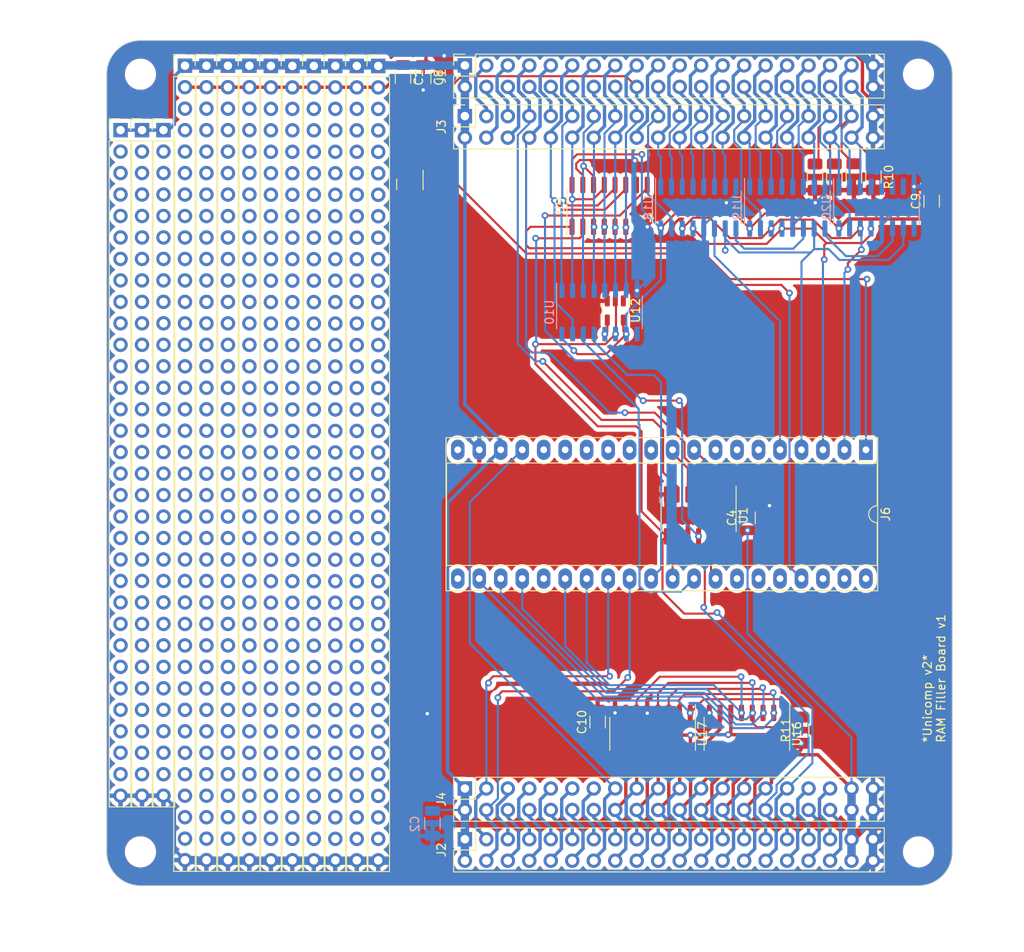
<source format=kicad_pcb>
(kicad_pcb (version 20221018) (generator pcbnew)
  (layers (0 "F.Cu" signal) (31 "B.Cu" signal) (34 "B.Paste" user) (35 "F.Paste" user) (36 "B.SilkS" user "B.Silkscreen") (37 "F.SilkS" user "F.Silkscreen") (38 "B.Mask" user) (39 "F.Mask" user) (44 "Edge.Cuts" user))
  (net 0 "")
  (net 1 "/~{RST}")
  (net 2 "GND")
  (net 3 "/D7")
  (net 4 "/D6")
  (net 5 "/D5")
  (net 6 "/D4")
  (net 7 "/D3")
  (net 8 "/D2")
  (net 9 "/D1")
  (net 10 "/D0")
  (net 11 "+5V")
  (net 12 "/A15")
  (net 13 "/A14")
  (net 14 "/A13")
  (net 15 "/A12")
  (net 16 "/A11")
  (net 17 "/A10")
  (net 18 "/A9")
  (net 19 "/A8")
  (net 20 "/A7")
  (net 21 "/A6")
  (net 22 "/A5")
  (net 23 "/A4")
  (net 24 "/A3")
  (net 25 "/A2")
  (net 26 "/A1")
  (net 27 "/A0")
  (net 28 "/TDI")
  (net 29 "/TMS")
  (net 30 "/TCK")
  (net 31 "+3V3")
  (net 32 "/TDO")
  (net 33 "/CLKF")
  (net 34 "/CLKS")
  (net 35 "/MOSI")
  (net 36 "/SCK")
  (net 37 "/~{IOWR}")
  (net 38 "/~{MWR}")
  (net 39 "/~{MRD}")
  (net 40 "/R{slash}~{W}_e")
  (net 41 "/~{IORD}")
  (net 42 "/PHI2_e")
  (net 43 "/PHI1_e")
  (net 44 "/~{PH0}")
  (net 45 "/PH0")
  (net 46 "/RX1")
  (net 47 "/RES1")
  (net 48 "/TX1")
  (net 49 "/RES0")
  (net 50 "/TX3")
  (net 51 "/RX3")
  (net 52 "/TX2")
  (net 53 "/RX2")
  (net 54 "/Bus/TDRTN")
  (net 55 "/uSCK")
  (net 56 "/uMOSI")
  (net 57 "/B10")
  (net 58 "/A16")
  (net 59 "/A17")
  (net 60 "/A18")
  (net 61 "/A19")
  (net 62 "/~{BUSFREE}")
  (net 63 "/~{DATOE}")
  (net 64 "/~{uMWR}")
  (net 65 "/~{uMRD}")
  (net 68 "/uA10")
  (net 69 "/uA11")
  (net 70 "/B3")
  (net 71 "/B4")
  (net 72 "/B5")
  (net 73 "/B6")
  (net 74 "/B7")
  (net 75 "/B8")
  (net 77 "/VB")
  (net 78 "/~{STMRST}")
  (net 79 "/UMISO")
  (net 83 "/uA9")
  (net 84 "/B0")
  (net 85 "/B1")
  (net 86 "/SEL0")
  (net 87 "/SEL1")
  (net 88 "/SEL2")
  (net 89 "/OFF{slash}ON")
  (net 90 "/SEL4")
  (net 91 "Net-(U18-~{RCO})")
  (net 92 "/CNT")
  (net 93 "Net-(U19-~{RCO})")
  (net 99 "/~{MRC}")
  (net 100 "/CPR")
  (net 101 "/~{CNTOE}")
  (net 102 "/B2")
  (net 103 "/~{RAMWE13}")
  (net 104 "/~{RAMWE12}")
  (net 105 "/~{RAMWE11}")
  (net 106 "/~{RAMWE10}")
  (net 107 "/~{RAMWE9}")
  (net 108 "/~{RAMWE8}")
  (net 109 "/~{RAMWE7}")
  (net 110 "/~{RAMWE6}")
  (net 111 "/~{RAMWE5}")
  (net 112 "/~{RAMWE4}")
  (net 113 "/~{RAMWE3}")
  (net 114 "/~{RAMWE2}")
  (net 115 "/~{RAMWE1}")
  (net 116 "/~{RAMWE0}")
  (net 118 "Net-(U10-RCLK)")
  (net 119 "/~{PLD}")
  (footprint "Connector_PinHeader_2.54mm:PinHeader_1x38_P2.54mm_Vertical" (layer "F.Cu") (at 121.841285 48.365012)
    (fp_text reference "J28" hide)
    (fp_text value "Conn_01x38")
  )
  (footprint "Connector_PinHeader_2.54mm:PinHeader_1x32_P2.54mm_Vertical" (layer "F.Cu") (at 98.9838 55.9562)
    (fp_text reference "J32" hide)
    (fp_text value "Conn_01x32")
  )
  (footprint "Capacitor_SMD:C_1206_3216Metric" (layer "F.Cu") (at 173.1264 101.8304 90)
    (fp_text reference "C4")
    (fp_text value "100n")
  )
  (footprint "Capacitor_SMD:C_1206_3216Metric" (layer "F.Cu") (at 194.8942 64.3636 90)
    (fp_text reference "C9")
    (fp_text value "100n")
  )
  (footprint "Connector_PinSocket_2.54mm:PinSocket_2x20_P2.54mm_Vertical" (layer "F.Cu") (at 139.7 48.303005 90)
    (fp_text reference "J1")
    (fp_text value "BUS")
  )
  (footprint "Package_TO_SOT_SMD:SOT-23" (layer "F.Cu") (at 133.1976 62.3824 -90)
    (fp_text reference "Q1" hide)
    (fp_text value "PMV450ENEAR")
  )
  (footprint "Capacitor_SMD:C_1206_3216Metric" (layer "F.Cu") (at 155.3972 125.9858 90)
    (fp_text reference "C10")
    (fp_text value "100n")
  )
  (footprint "Connector_PinHeader_2.54mm:PinHeader_1x32_P2.54mm_Vertical" (layer "F.Cu") (at 101.5238 55.9562)
    (fp_text reference "J20" hide)
    (fp_text value "Conn_01x32")
  )
  (footprint "Package_SO:SOIC-14_3.9x8.7mm_P1.27mm" (layer "F.Cu") (at 167.3352 101.538 -90)
    (fp_text reference "U1")
    (fp_text value "74LS125")
  )
  (footprint "Connector_PinSocket_2.54mm:PinSocket_2x20_P2.54mm_Vertical" (layer "F.Cu") (at 139.7 133.849005 90)
    (fp_text reference "J4")
    (fp_text value "BUS")
  )
  (footprint "Connector_PinHeader_2.54mm:PinHeader_1x38_P2.54mm_Vertical" (layer "F.Cu") (at 116.7638 48.3616)
    (fp_text reference "J26" hide)
    (fp_text value "Conn_01x38")
  )
  (footprint "Package_SO:SOIC-16_3.9x9.9mm_P1.27mm" (layer "F.Cu") (at 173.0502 127.381 -90)
    (fp_text reference "U16")
    (fp_text value "74LVC138")
  )
  (footprint "Connector_PinHeader_2.54mm:PinHeader_1x38_P2.54mm_Vertical" (layer "F.Cu") (at 124.381285 48.365012)
    (fp_text reference "J29" hide)
    (fp_text value "Conn_01x38")
  )
  (footprint "Connector_PinHeader_2.54mm:PinHeader_1x38_P2.54mm_Vertical" (layer "F.Cu") (at 126.921285 48.365012)
    (fp_text reference "J30" hide)
    (fp_text value "Conn_01x38")
  )
  (footprint "Resistor_SMD:R_1206_3216Metric_Pad1.30x1.75mm_HandSolder" (layer "F.Cu") (at 183.388 61.5176 -90)
    (fp_text reference "R8" hide)
    (fp_text value "10k" hide)
  )
  (footprint "Resistor_SMD:R_1206_3216Metric_Pad1.30x1.75mm_HandSolder" (layer "F.Cu") (at 179.4764 126.9486 90)
    (fp_text reference "R11")
    (fp_text value "10k")
  )
  (footprint "Connector_PinSocket_2.54mm:PinSocket_2x20_P2.54mm_Vertical" (layer "F.Cu") (at 139.7 139.849005 90)
    (fp_text reference "J2")
    (fp_text value "BUS")
  )
  (footprint "Package_SO:SOIC-16_3.9x9.9mm_P1.27mm" (layer "F.Cu") (at 161.8996 127.381 -90)
    (fp_text reference "U17")
    (fp_text value "74LVC138")
  )
  (footprint "Package_DIP:DIP-40_W15.24mm_Socket_LongPads" (layer "F.Cu") (at 187.1218 93.7768 -90)
    (fp_text reference "J6")
    (fp_text value "STM32F411")
  )
  (footprint "Resistor_SMD:R_1206_3216Metric_Pad1.30x1.75mm_HandSolder" (layer "F.Cu") (at 188.0108 61.4928 -90)
    (fp_text reference "R10")
    (fp_text value "10k")
  )
  (footprint "MountingHole:MountingHole_3.2mm_M3" (layer "F.Cu") (at 193.34 49.346005)
    (fp_text reference "H3" hide)
    (fp_text value "MountingHole" hide)
  )
  (footprint "Connector_PinHeader_2.54mm:PinHeader_1x38_P2.54mm_Vertical" (layer "F.Cu") (at 119.303741 48.365229)
    (fp_text reference "J27" hide)
    (fp_text value "Conn_01x38")
  )
  (footprint "Resistor_SMD:R_1206_3216Metric_Pad1.30x1.75mm_HandSolder" (layer "F.Cu") (at 181.102 61.5188 -90)
    (fp_text reference "R7" hide)
    (fp_text value "10k" hide)
  )
  (footprint "Connector_PinHeader_2.54mm:PinHeader_1x38_P2.54mm_Vertical" (layer "F.Cu") (at 129.45677 48.368597)
    (fp_text reference "J31" hide)
    (fp_text value "Conn_01x38")
  )
  (footprint "Connector_PinSocket_2.54mm:PinSocket_2x20_P2.54mm_Vertical" (layer "F.Cu") (at 139.7 54.303005 90)
    (fp_text reference "J3")
    (fp_text value "BUS" hide)
  )
  (footprint "Resistor_SMD:R_1206_3216Metric_Pad1.30x1.75mm_HandSolder" (layer "F.Cu") (at 185.6994 61.4922 -90)
    (fp_text reference "R9" hide)
    (fp_text value "10k" hide)
  )
  (footprint "Connector_PinHeader_2.54mm:PinHeader_1x38_P2.54mm_Vertical" (layer "F.Cu") (at 114.2238 48.3412)
    (fp_text reference "J25" hide)
    (fp_text value "Conn_01x38")
  )
  (footprint "Connector_PinHeader_2.54mm:PinHeader_1x32_P2.54mm_Vertical" (layer "F.Cu") (at 104.0638 55.9562)
    (fp_text reference "J21" hide)
    (fp_text value "Conn_01x32")
  )
  (footprint "MountingHole:MountingHole_3.2mm_M3" (layer "F.Cu") (at 101.34 49.346005)
    (fp_text reference "H1" hide)
    (fp_text value "MountingHole" hide)
  )
  (footprint "Connector_PinHeader_2.54mm:PinHeader_1x38_P2.54mm_Vertical" (layer "F.Cu") (at 109.1438 48.3412)
    (fp_text reference "J23" hide)
    (fp_text value "Conn_01x38")
  )
  (footprint "Capacitor_SMD:C_1206_3216Metric" (layer "F.Cu") (at 132.3848 49.7314 -90)
    (fp_text reference "C1")
    (fp_text value "100n")
  )
  (footprint "Package_SO:SOIC-16_3.9x9.9mm_P1.27mm" (layer "F.Cu") (at 156.8196 64.9224 90)
    (fp_text reference "U9")
    (fp_text value "74LS165")
  )
  (footprint "Connector_PinHeader_2.54mm:PinHeader_1x38_P2.54mm_Vertical" (layer "F.Cu") (at 106.6038 48.3412)
    (fp_text reference "J22" hide)
    (fp_text value "Conn_01x38")
  )
  (footprint "MountingHole:MountingHole_3.2mm_M3" (layer "F.Cu") (at 101.34 141.346005)
    (fp_text reference "H2" hide)
    (fp_text value "MountingHole" hide)
  )
  (footprint "Capacitor_SMD:C_1206_3216Metric" (layer "F.Cu") (at 134.7724 49.7332 -90)
    (fp_text reference "C8")
    (fp_text value "100n")
  )
  (footprint "Connector_PinHeader_2.54mm:PinHeader_1x38_P2.54mm_Vertical" (layer "F.Cu") (at 111.6838 48.3412)
    (fp_text reference "J24" hide)
    (fp_text value "Conn_01x38")
  )
  (footprint "MountingHole:MountingHole_3.2mm_M3" (layer "F.Cu") (at 193.34 141.346005)
    (fp_text reference "H4" hide)
    (fp_text value "MountingHole" hide)
  )
  (footprint "Package_TO_SOT_SMD:SOT-23-5" (layer "F.Cu") (at 157.4927 77.299338 -90)
    (fp_text reference "U12")
    (fp_text value "74AHC1G14")
  )
  (footprint "Capacitor_SMD:C_1206_3216Metric" (layer "B.Cu") (at 135.8646 137.9746 -90)
    (fp_text reference "C2")
    (fp_text value "100n")
  )
  (footprint "Package_SO:SOIC-16_3.9x9.9mm_P1.27mm" (layer "B.Cu") (at 188.3664 65.1144 -90)
    (fp_text reference "U20")
    (fp_text value "74HC590")
  )
  (footprint "Package_SO:SOIC-16_3.9x9.9mm_P1.27mm" (layer "B.Cu") (at 177.8254 65.1256 -90)
    (fp_text reference "U19")
    (fp_text value "74HC590")
  )
  (footprint "Package_SO:SO-16_3.9x9.9mm_P1.27mm" (layer "B.Cu") (at 155.6131 77.508038 -90)
    (fp_text reference "U10")
    (fp_text value "74LVC595")
  )
  (footprint "Package_SO:SOIC-16_3.9x9.9mm_P1.27mm" (layer "B.Cu") (at 167.3098 65.1256 -90)
    (fp_text reference "U18")
    (fp_text value "74HC590")
  )
  (gr_line (start 97.34 49.346005) (end 97.34 141.346005) (stroke (width 0.1)) (layer "Edge.Cuts"))
  (gr_arc (start 97.34 49.346005) (mid 98.511573 46.517578) (end 101.34 45.346005) (stroke (width 0.1)) (layer "Edge.Cuts"))
  (gr_arc (start 193.34 45.346005) (mid 196.168427 46.517578) (end 197.34 49.346005) (stroke (width 0.1)) (layer "Edge.Cuts"))
  (gr_arc (start 197.34 141.346005) (mid 196.168427 144.174432) (end 193.34 145.346005) (stroke (width 0.1)) (layer "Edge.Cuts"))
  (gr_line (start 197.34 141.351) (end 197.34 49.346005) (stroke (width 0.1)) (layer "Edge.Cuts"))
  (gr_line (start 193.34 45.346005) (end 101.34 45.346005) (stroke (width 0.1)) (layer "Edge.Cuts"))
  (gr_arc (start 101.34 145.346005) (mid 98.511573 144.174432) (end 97.34 141.346005) (stroke (width 0.1)) (layer "Edge.Cuts"))
  (gr_line (start 193.34 145.346005) (end 101.34 145.346005) (stroke (width 0.1)) (layer "Edge.Cuts"))
  (gr_text "*Unicomp v2*\nRAM Filler Board v1" (at 195.199 128.524 90) (layer "F.SilkS") (effects (font (size 1 1)) (justify left)))
  (segment (start 139.300504 49.5808) (end 158.757795 49.5808) (width 0.25) (layer "F.Cu") (net 1))
  (segment (start 158.757795 49.5808) (end 160.02 50.843005) (width 0.25) (layer "F.Cu") (net 1))
  (segment (start 133.1976 63.3199) (end 133.1976 55.683704) (width 0.25) (layer "F.Cu") (net 1))
  (segment (start 133.1976 55.683704) (end 139.300504 49.5808) (width 0.25) (layer "F.Cu") (net 1))
  (segment (start 160.02 56.100543) (end 160.02 56.758672) (width 0.4) (layer "B.Cu") (net 1))
  (segment (start 160.02 50.843005) (end 160.02 52.045086) (width 0.4) (layer "B.Cu") (net 1))
  (segment (start 161.273253 53.298339) (end 161.273253 54.84729) (width 0.4) (layer "B.Cu") (net 1))
  (segment (start 161.273253 54.84729) (end 160.02 56.100543) (width 0.4) (layer "B.Cu") (net 1))
  (segment (start 160.02 52.045086) (end 161.273253 53.298339) (width 0.4) (layer "B.Cu") (net 1))
  (segment (start 166.0652 102.6922) (end 166.0652 104.013) (width 0.25) (layer "F.Cu") (net 2))
  (segment (start 153.293495 59.4984) (end 159.7268 59.4984) (width 0.25) (layer "F.Cu") (net 2))
  (segment (start 167.3352 99.063) (end 167.3352 100.9142) (width 0.25) (layer "F.Cu") (net 2))
  (segment (start 157.0594 124.5108) (end 157.4546 124.906) (width 0.4) (layer "F.Cu") (net 2))
  (segment (start 181.102 63.0688) (end 192.382 63.0688) (width 0.25) (layer "F.Cu") (net 2))
  (segment (start 137.250337 49.593863) (end 135.636 51.2082) (width 0.4) (layer "F.Cu") (net 2))
  (segment (start 163.5252 100.1522) (end 166.0652 102.6922) (width 0.25) (layer "F.Cu") (net 2))
  (segment (start 159.7268 59.4984) (end 159.7914 59.563) (width 0.25) (layer "F.Cu") (net 2))
  (segment (start 171.1452 99.063) (end 171.1452 100.8126) (width 0.25) (layer "F.Cu") (net 2))
  (segment (start 132.2578 61.4347) (end 132.2578 51.3334) (width 0.25) (layer "F.Cu") (net 2))
  (segment (start 135.7376 124.5108) (end 135.255 124.9934) (width 0.4) (layer "F.Cu") (net 2))
  (segment (start 192.382 63.0688) (end 192.8114 62.6394) (width 0.25) (layer "F.Cu") (net 2))
  (segment (start 153.6446 61.299505) (end 152.8688 60.523705) (width 0.25) (layer "F.Cu") (net 2))
  (segment (start 164.112875 64.549125) (end 161.2646 67.3974) (width 0.25) (layer "F.Cu") (net 2))
  (segment (start 132.3848 51.2064) (end 135.6342 51.2064) (width 0.4) (layer "F.Cu") (net 2))
  (segment (start 193.0606 62.8886) (end 192.8114 62.6394) (width 0.4) (layer "F.Cu") (net 2))
  (segment (start 163.5252 99.063) (end 163.5252 100.1522) (width 0.25) (layer "F.Cu") (net 2))
  (segment (start 171.834 99.063) (end 173.1264 100.3554) (width 0.25) (layer "F.Cu") (net 2))
  (segment (start 156.5427 75.1815) (end 156.5427 76.161838) (width 0.25) (layer "F.Cu") (net 2))
  (segment (start 190.091405 56.843005) (end 194.8942 61.6458) (width 0.4) (layer "F.Cu") (net 2))
  (segment (start 171.1452 99.063) (end 171.834 99.063) (width 0.25) (layer "F.Cu") (net 2))
  (segment (start 181.102 63.0688) (end 181.102 64.516) (width 0.25) (layer "F.Cu") (net 2))
  (segment (start 170.619526 64.549124) (end 170.619525 64.549125) (width 0.25) (layer "F.Cu") (net 2))
  (segment (start 187.96 56.843005) (end 190.091405 56.843005) (width 0.4) (layer "F.Cu") (net 2))
  (segment (start 153.6446 62.4474) (end 153.6446 61.299505) (width 0.25) (layer "F.Cu") (net 2))
  (segment (start 155.3972 124.5108) (end 157.0594 124.5108) (width 0.4) (layer "F.Cu") (net 2))
  (segment (start 159.928084 74.803) (end 156.9212 74.803) (width 0.25) (layer "F.Cu") (net 2))
  (segment (start 135.6342 51.2064) (end 135.636 51.2082) (width 0.4) (layer "F.Cu") (net 2))
  (segment (start 181.135124 64.549124) (end 170.619526 64.549124) (width 0.25) (layer "F.Cu") (net 2))
  (segment (start 167.3352 100.9142) (end 167.5776 100.6718) (width 0.25) (layer "F.Cu") (net 2))
  (segment (start 171.1452 101.456905) (end 169.8752 102.726905) (width 0.25) (layer "F.Cu") (net 2))
  (segment (start 169.8752 102.726905) (end 169.8752 104.013) (width 0.25) (layer "F.Cu") (net 2))
  (segment (start 194.8942 61.6458) (end 194.8942 62.8886) (width 0.4) (layer "F.Cu") (net 2))
  (segment (start 171.1452 100.8126) (end 171.1452 101.456905) (width 0.25) (layer "F.Cu") (net 2))
  (segment (start 166.0652 102.1842) (end 166.0652 104.013) (width 0.25) (layer "F.Cu") (net 2))
  (segment (start 137.250337 47.151813) (end 137.250337 49.593863) (width 0.4) (layer "F.Cu") (net 2))
  (segment (start 132.2476 61.4449) (end 132.2578 61.4347) (width 0.25) (layer "F.Cu") (net 2))
  (segment (start 171.0044 100.6718) (end 171.1452 100.8126) (width 0.25) (layer "F.Cu") (net 2))
  (segment (start 167.5776 100.6718) (end 171.0044 100.6718) (width 0.25) (layer "F.Cu") (net 2))
  (segment (start 152.8688 59.923095) (end 153.293495 59.4984) (width 0.25) (layer "F.Cu") (net 2))
  (segment (start 181.102 64.516) (end 181.135124 64.549124) (width 0.25) (layer "F.Cu") (net 2))
  (segment (start 173.1518 100.3808) (end 175.7172 100.3808) (width 0.4) (layer "F.Cu") (net 2))
  (segment (start 167.3352 100.9142) (end 166.0652 102.1842) (width 0.25) (layer "F.Cu") (net 2))
  (segment (start 152.8688 60.523705) (end 152.8688 59.923095) (width 0.25) (layer "F.Cu") (net 2))
  (segment (start 194.8942 62.8886) (end 193.0606 62.8886) (width 0.4) (layer "F.Cu") (net 2))
  (segment (start 170.619525 64.549125) (end 164.112875 64.549125) (width 0.25) (layer "F.Cu") (net 2))
  (segment (start 173.1264 100.3554) (end 173.1518 100.3808) (width 0.4) (layer "F.Cu") (net 2))
  (segment (start 160.0581 74.933016) (end 159.928084 74.803) (width 0.25) (layer "F.Cu") (net 2))
  (segment (start 132.2578 51.3334) (end 132.3848 51.2064) (width 0.25) (layer "F.Cu") (net 2))
  (segment (start 155.3972 124.5108) (end 135.7376 124.5108) (width 0.4) (layer "F.Cu") (net 2))
  (segment (start 156.9212 74.803) (end 156.5427 75.1815) (width 0.25) (layer "F.Cu") (net 2))
  (via (at 157.4546 124.906) (size 0.8) (drill 0.4) (layers "F.Cu" "B.Cu") (net 2))
  (via (at 134.7724 51.2082) (size 0.8) (drill 0.4) (layers "F.Cu" "B.Cu") (net 2))
  (via (at 160.0581 74.933016) (size 0.8) (drill 0.4) (layers "F.Cu" "B.Cu") (net 2))
  (via (at 161.2646 124.9426) (size 0.8) (drill 0.4) (layers "F.Cu" "B.Cu") (net 2))
  (via (at 170.619525 64.549125) (size 0.8) (drill 0.4) (layers "F.Cu" "B.Cu") (net 2))
  (via (at 168.6052 124.906) (size 0.8) (drill 0.4) (layers "F.Cu" "B.Cu") (net 2))
  (via (at 135.255 124.9934) (size 0.8) (drill 0.4) (layers "F.Cu" "B.Cu") (net 2))
  (via (at 159.7914 59.563) (size 0.8) (drill 0.4) (layers "F.Cu" "B.Cu") (net 2))
  (via (at 137.250337 47.151813) (size 0.8) (drill 0.4) (layers "F.Cu" "B.Cu") (net 2))
  (via (at 161.2646 67.3974) (size 0.8) (drill 0.4) (layers "F.Cu" "B.Cu") (net 2))
  (via (at 181.135124 64.549124) (size 0.8) (drill 0.4) (layers "F.Cu" "B.Cu") (net 2))
  (via (at 192.8114 62.6394) (size 0.8) (drill 0.4) (layers "F.Cu" "B.Cu") (net 2))
  (via (at 175.7172 100.3808) (size 0.8) (drill 0.4) (layers "F.Cu" "B.Cu") (net 2))
  (segment (start 135.255 124.9934) (end 134.5646 125.6838) (width 0.4) (layer "B.Cu") (net 2))
  (segment (start 178.4604 67.223849) (end 181.046224 64.638024) (width 0.25) (layer "B.Cu") (net 2))
  (segment (start 187.96 48.26) (end 187.96 50.8) (width 1) (layer "B.Cu") (net 2))
  (segment (start 105.3538 135.9862) (end 104.0638 134.6962) (width 0.4) (layer "B.Cu") (net 2))
  (segment (start 167.9448 67.223849) (end 170.619525 64.549125) (width 0.25) (layer "B.Cu") (net 2))
  (segment (start 135.857 139.4572) (end 135.857 142.389005) (width 0.25) (layer "B.Cu") (net 2))
  (segment (start 161.2646 124.9426) (end 157.4912 124.9426) (width 0.4) (layer "B.Cu") (net 2))
  (segment (start 187.96 50.843005) (end 196.84 59.723005) (width 1) (layer "B.Cu") (net 2))
  (segment (start 196.84 113.284) (end 196.84 131.7498) (width 1) (layer "B.Cu") (net 2))
  (segment (start 171.7548 63.413849) (end 171.7548 62.6506) (width 0.25) (layer "B.Cu") (net 2))
  (segment (start 134.5646 138.1496) (end 134.5646 136.6012) (width 0.4) (layer "B.Cu") (net 2))
  (segment (start 138.208992 47.151813) (end 137.250337 47.151813) (width 0.4) (layer "B.Cu") (net 2))
  (segment (start 182.2704 63.413849) (end 182.2704 62.6506) (width 0.25) (layer "B.Cu") (net 2))
  (segment (start 151.384 143.939005) (end 138.43 143.939005) (width 1) (layer "B.Cu") (net 2))
  (segment (start 188.740795 139.849005) (end 187.96 139.849005) (width 1) (layer "B.Cu") (net 2))
  (segment (start 106.6038 142.3212) (end 105.3538 141.0712) (width 0.4) (layer "B.Cu") (net 2))
  (segment (start 187.96 142.389005) (end 186.41 143.939005) (width 1) (layer "B.Cu") (net 2))
  (segment (start 167.9448 67.6006) (end 167.9448 67.223849) (width 0.25) (layer "B.Cu") (net 2))
  (segment (start 192.8114 63.402649) (end 192.8114 62.6394) (width 0.25) (layer "B.Cu") (net 2))
  (segment (start 141.4018 93.7768) (end 134.7724 87.1474) (width 0.4) (layer "B.Cu") (net 2))
  (segment (start 105.3538 141.0712) (end 105.3538 135.9862) (width 0.4) (layer "B.Cu") (net 2))
  (segment (start 135.8646 139.4496) (end 134.5646 138.1496) (width 0.4) (layer "B.Cu") (net 2))
  (segment (start 186.41 143.939005) (end 151.384 143.939005) (width 1) (layer "B.Cu") (net 2))
  (segment (start 191.695925 64.518125) (end 192.8114 63.402649) (width 0.25) (layer "B.Cu") (net 2))
  (segment (start 107.917 142.389005) (end 135.857 142.389005) (width 1) (layer "B.Cu") (net 2))
  (segment (start 161.2646 67.3974) (end 161.2646 73.726516) (width 0.25) (layer "B.Cu") (net 2))
  (segment (start 181.135124 64.549124) (end 182.2704 63.413849) (width 0.25) (layer "B.Cu") (net 2))
  (segment (start 196.84 85.4456) (end 196.84 113.284) (width 1) (layer "B.Cu") (net 2))
  (segment (start 168.6052 124.906) (end 167.3494 126.1618) (width 0.4) (layer "B.Cu") (net 2))
  (segment (start 159.7914 65.9242) (end 161.2646 67.3974) (width 0.25) (layer "B.Cu") (net 2))
  (segment (start 167.3494 126.1618) (end 162.4838 126.1618) (width 0.4) (layer "B.Cu") (net 2))
  (segment (start 135.857 142.389005) (end 137.407 143.939005) (width 1) (layer "B.Cu") (net 2))
  (segment (start 134.7724 87.1474) (end 134.7724 51.2082) (width 0.4) (layer "B.Cu") (net 2))
  (segment (start 187.963253 56.849864) (end 187.963253 54.309864) (width 1) (layer "B.Cu") (net 2))
  (segment (start 170.619525 64.549125) (end 171.7548 63.413849) (width 0.25) (layer "B.Cu") (net 2))
  (segment (start 196.84 131.7498) (end 188.740795 139.849005) (width 1) (layer "B.Cu") (net 2))
  (segment (start 162.4838 126.1618) (end 161.2646 124.9426) (width 0.4) (layer "B.Cu") (net 2))
  (segment (start 187.96 48.303005) (end 186.41 46.753005) (width 1) (layer "B.Cu") (net 2))
  (segment (start 189.0014 67.5894) (end 189.0014 67.212649) (width 0.25) (layer "B.Cu") (net 2))
  (segment (start 134.5646 125.6838) (end 134.5646 136.6012) (width 0.4) (layer "B.Cu") (net 2))
  (segment (start 159.7914 59.563) (end 159.7914 65.9242) (width 0.25) (layer "B.Cu") (net 2))
  (segment (start 189.0014 67.212649) (end 191.695925 64.518125) (width 0.25) (layer "B.Cu") (net 2))
  (segment (start 186.41 46.753005) (end 138.6078 46.753005) (width 1) (layer "B.Cu") (net 2))
  (segment (start 196.84 59.723005) (end 196.84 85.4456) (width 1) (layer "B.Cu") (net 2))
  (segment (start 137.407 143.939005) (end 138.43 143.939005) (width 1) (layer "B.Cu") (net 2))
  (segment (start 161.2646 73.726516) (end 160.0581 74.933016) (width 0.25) (layer "B.Cu") (net 2))
  (segment (start 107.849195 142.3212) (end 106.6038 142.3212) (width 1) (layer "B.Cu") (net 2))
  (segment (start 178.4604 67.6006) (end 178.4604 67.223849) (width 0.25) (layer "B.Cu") (net 2))
  (segment (start 157.4912 124.9426) (end 157.4546 124.906) (width 0.4) (layer "B.Cu") (net 2))
  (segment (start 181.046224 64.638024) (end 181.135124 64.549124) (width 0.25) (layer "B.Cu") (net 2))
  (segment (start 107.917 142.389005) (end 107.849195 142.3212) (width 1) (layer "B.Cu") (net 2))
  (segment (start 187.96 133.849005) (end 187.96 142.389005) (width 1) (layer "B.Cu") (net 2))
  (segment (start 187.963253 54.309864) (end 187.963253 48.309864) (width 1) (layer "B.Cu") (net 2))
  (segment (start 98.9838 134.6962) (end 104.0638 134.6962) (width 0.4) (layer "B.Cu") (net 2))
  (segment (start 138.6078 46.753005) (end 138.208992 47.151813) (width 0.4) (layer "B.Cu") (net 2))
  (segment (start 158.7246 67.4624) (end 158.75 67.4878) (width 0.25) (layer "F.Cu") (net 3))
  (segment (start 158.7246 67.3974) (end 158.7246 67.4624) (width 0.25) (layer "F.Cu") (net 3))
  (via (at 158.75 67.4878) (size 0.8) (drill 0.4) (layers "F.Cu" "B.Cu") (net 3))
  (segment (start 158.77 51.963) (end 160.02 53.213) (width 0.4) (layer "B.Cu") (net 3))
  (segment (start 158.77 49.553005) (end 158.77 51.963) (width 0.4) (layer "B.Cu") (net 3))
  (segment (start 160.02 55.075238) (end 158.75 56.345238) (width 0.25) (layer "B.Cu") (net 3))
  (segment (start 160.02 53.213) (end 160.02 54.303005) (width 0.4) (layer "B.Cu") (net 3))
  (segment (start 160.02 48.303005) (end 158.77 49.553005) (width 0.4) (layer "B.Cu") (net 3))
  (segment (start 158.75 74.894938) (end 158.7881 74.933038) (width 0.25) (layer "B.Cu") (net 3))
  (segment (start 158.75 56.345238) (end 158.75 67.4878) (width 0.25) (layer "B.Cu") (net 3))
  (segment (start 160.02 54.303005) (end 160.02 55.075238) (width 0.25) (layer "B.Cu") (net 3))
  (segment (start 158.75 67.4878) (end 158.75 74.894938) (width 0.25) (layer "B.Cu") (net 3))
  (segment (start 157.4546 67.3974) (end 157.4546 67.4624) (width 0.25) (layer "F.Cu") (net 4))
  (segment (start 157.4546 67.4624) (end 157.48 67.4878) (width 0.25) (layer "F.Cu") (net 4))
  (via (at 157.48 67.4878) (size 0.8) (drill 0.4) (layers "F.Cu" "B.Cu") (net 4))
  (segment (start 157.48 67.4878) (end 157.48 74.894938) (width 0.25) (layer "B.Cu") (net 4))
  (segment (start 157.48 74.894938) (end 157.5181 74.933038) (width 0.25) (layer "B.Cu") (net 4))
  (segment (start 157.48 51.689) (end 157.48 50.843005) (width 0.4) (layer "B.Cu") (net 4))
  (segment (start 158.733253 55.388747) (end 158.733253 52.942253) (width 0.4) (layer "B.Cu") (net 4))
  (segment (start 157.483253 56.638747) (end 158.733253 55.388747) (width 0.4) (layer "B.Cu") (net 4))
  (segment (start 157.48 56.843005) (end 157.48 67.4878) (width 0.25) (layer "B.Cu") (net 4))
  (segment (start 158.733253 52.942253) (end 157.48 51.689) (width 0.4) (layer "B.Cu") (net 4))
  (segment (start 156.1958 67.3974) (end 156.21 67.4116) (width 0.25) (layer "F.Cu") (net 5))
  (segment (start 156.1846 67.3974) (end 156.1958 67.3974) (width 0.25) (layer "F.Cu") (net 5))
  (via (at 156.21 67.4116) (size 0.8) (drill 0.4) (layers "F.Cu" "B.Cu") (net 5))
  (segment (start 156.23 49.553005) (end 156.23 51.836) (width 0.4) (layer "B.Cu") (net 5))
  (segment (start 157.48 53.086) (end 157.48 54.303005) (width 0.4) (layer "B.Cu") (net 5))
  (segment (start 156.21 56.345238) (end 156.21 67.4116) (width 0.25) (layer "B.Cu") (net 5))
  (segment (start 157.48 55.075238) (end 156.21 56.345238) (width 0.25) (layer "B.Cu") (net 5))
  (segment (start 156.21 67.4116) (end 156.21 74.894938) (width 0.25) (layer "B.Cu") (net 5))
  (segment (start 157.48 54.303005) (end 157.48 55.075238) (width 0.25) (layer "B.Cu") (net 5))
  (segment (start 156.21 74.894938) (end 156.2481 74.933038) (width 0.25) (layer "B.Cu") (net 5))
  (segment (start 157.48 48.303005) (end 156.23 49.553005) (width 0.4) (layer "B.Cu") (net 5))
  (segment (start 156.23 51.836) (end 157.48 53.086) (width 0.4) (layer "B.Cu") (net 5))
  (segment (start 154.9146 67.3974) (end 154.9512 67.3974) (width 0.25) (layer "F.Cu") (net 6))
  (segment (start 154.9512 67.3974) (end 154.9654 67.4116) (width 0.25) (layer "F.Cu") (net 6))
  (via (at 154.9654 67.4116) (size 0.8) (drill 0.4) (layers "F.Cu" "B.Cu") (net 6))
  (segment (start 154.9654 67.4116) (end 154.9654 70.323) (width 0.25) (layer "B.Cu") (net 6))
  (segment (start 154.94 56.843005) (end 154.9654 56.868405) (width 0.25) (layer "B.Cu") (net 6))
  (segment (start 154.94 74.894938) (end 154.9781 74.933038) (width 0.25) (layer "B.Cu") (net 6))
  (segment (start 154.9654 56.868405) (end 154.9654 67.4116) (width 0.25) (layer "B.Cu") (net 6))
  (segment (start 154.94 51.816) (end 156.213253 53.089253) (width 0.4) (layer "B.Cu") (net 6))
  (segment (start 154.94 70.3484) (end 154.94 74.894938) (width 0.25) (layer "B.Cu") (net 6))
  (segment (start 156.213253 55.493457) (end 154.943253 56.763457) (width 0.4) (layer "B.Cu") (net 6))
  (segment (start 154.9654 70.323) (end 154.94 70.3484) (width 0.25) (layer "B.Cu") (net 6))
  (segment (start 154.94 50.843005) (end 154.94 51.816) (width 0.4) (layer "B.Cu") (net 6))
  (segment (start 156.213253 53.089253) (end 156.213253 55.493457) (width 0.4) (layer "B.Cu") (net 6))
  (segment (start 154.9146 62.4474) (end 154.9146 61.399847) (width 0.25) (layer "F.Cu") (net 7))
  (segment (start 154.9146 61.399847) (end 153.738153 60.2234) (width 0.25) (layer "F.Cu") (net 7))
  (via (at 153.738153 60.2234) (size 0.8) (drill 0.4) (layers "F.Cu" "B.Cu") (net 7))
  (segment (start 154.94 53.213) (end 154.94 54.303005) (width 0.4) (layer "B.Cu") (net 7))
  (segment (start 154.94 54.303005) (end 154.94 55.075238) (width 0.25) (layer "B.Cu") (net 7))
  (segment (start 153.67 74.894938) (end 153.7081 74.933038) (width 0.25) (layer "B.Cu") (net 7))
  (segment (start 153.69 49.553005) (end 153.69 51.963) (width 0.4) (layer "B.Cu") (net 7))
  (segment (start 153.738153 60.2234) (end 153.67 60.291553) (width 0.25) (layer "B.Cu") (net 7))
  (segment (start 153.67 60.291553) (end 153.67 74.894938) (width 0.25) (layer "B.Cu") (net 7))
  (segment (start 154.94 55.075238) (end 153.738153 56.277085) (width 0.25) (layer "B.Cu") (net 7))
  (segment (start 153.738153 56.277085) (end 153.738153 60.2234) (width 0.25) (layer "B.Cu") (net 7))
  (segment (start 154.94 48.303005) (end 153.69 49.553005) (width 0.4) (layer "B.Cu") (net 7))
  (segment (start 153.69 51.963) (end 154.94 53.213) (width 0.4) (layer "B.Cu") (net 7))
  (segment (start 156.1846 62.4474) (end 156.1846 62.824151) (width 0.25) (layer "F.Cu") (net 8))
  (segment (start 154.873751 64.135) (end 152.4 64.135) (width 0.25) (layer "F.Cu") (net 8))
  (segment (start 156.1846 62.824151) (end 154.873751 64.135) (width 0.25) (layer "F.Cu") (net 8))
  (via (at 152.4 64.135) (size 0.8) (drill 0.4) (layers "F.Cu" "B.Cu") (net 8))
  (segment (start 152.4 64.135) (end 152.4 74.894938) (width 0.25) (layer "B.Cu") (net 8))
  (segment (start 152.4 56.843005) (end 152.4 64.135) (width 0.25) (layer "B.Cu") (net 8))
  (segment (start 153.673253 55.493457) (end 153.673253 52.962253) (width 0.4) (layer "B.Cu") (net 8))
  (segment (start 152.403253 56.763457) (end 153.673253 55.493457) (width 0.4) (layer "B.Cu") (net 8))
  (segment (start 152.4 74.894938) (end 152.4381 74.933038) (width 0.25) (layer "B.Cu") (net 8))
  (segment (start 153.673253 52.962253) (end 152.4 51.689) (width 0.4) (layer "B.Cu") (net 8))
  (segment (start 152.4 51.689) (end 152.4 50.843005) (width 0.4) (layer "B.Cu") (net 8))
  (segment (start 155.407151 64.8716) (end 151.9174 64.8716) (width 0.25) (layer "F.Cu") (net 9))
  (segment (start 151.9174 64.8716) (end 151.3332 64.2874) (width 0.25) (layer "F.Cu") (net 9))
  (segment (start 157.4546 62.824151) (end 155.407151 64.8716) (width 0.25) (layer "F.Cu") (net 9))
  (segment (start 157.4546 62.4474) (end 157.4546 62.824151) (width 0.25) (layer "F.Cu") (net 9))
  (via (at 151.3332 64.2874) (size 0.8) (drill 0.4) (layers "F.Cu" "B.Cu") (net 9))
  (segment (start 152.4 52.959) (end 152.4 54.303005) (width 0.4) (layer "B.Cu") (net 9))
  (segment (start 151.13 64.4906) (end 151.13 74.894938) (width 0.25) (layer "B.Cu") (net 9))
  (segment (start 152.4 54.303005) (end 151.223552 55.479453) (width 0.25) (layer "B.Cu") (net 9))
  (segment (start 151.3332 64.2874) (end 151.13 64.4906) (width 0.25) (layer "B.Cu") (net 9))
  (segment (start 152.403253 48.458869) (end 151.15 49.712122) (width 0.4) (layer "B.Cu") (net 9))
  (segment (start 151.13 74.894938) (end 151.1681 74.933038) (width 0.25) (layer "B.Cu") (net 9))
  (segment (start 151.223552 64.177752) (end 151.3332 64.2874) (width 0.25) (layer "B.Cu") (net 9))
  (segment (start 151.15 49.712122) (end 151.15 51.709) (width 0.4) (layer "B.Cu") (net 9))
  (segment (start 151.15 51.709) (end 152.4 52.959) (width 0.4) (layer "B.Cu") (net 9))
  (segment (start 151.223552 55.479453) (end 151.223552 64.177752) (width 0.25) (layer "B.Cu") (net 9))
  (segment (start 158.7246 62.4474) (end 158.7246 62.930217) (width 0.25) (layer "F.Cu") (net 10))
  (segment (start 151.349295 65.3796) (end 150.3045 64.334805) (width 0.25) (layer "F.Cu") (net 10))
  (segment (start 156.275217 65.3796) (end 151.349295 65.3796) (width 0.25) (layer "F.Cu") (net 10))
  (segment (start 158.7246 62.930217) (end 156.275217 65.3796) (width 0.25) (layer "F.Cu") (net 10))
  (segment (start 150.3045 64.334805) (end 150.3045 64.3001) (width 0.25) (layer "F.Cu") (net 10))
  (via (at 150.3045 64.3001) (size 0.8) (drill 0.4) (layers "F.Cu" "B.Cu") (net 10))
  (segment (start 149.863253 56.09729) (end 151.113253 54.84729) (width 0.4) (layer "B.Cu") (net 10))
  (segment (start 149.86 63.8556) (end 150.3045 64.3001) (width 0.25) (layer "B.Cu") (net 10))
  (segment (start 150.3045 71.6661) (end 150.342631 71.704231) (width 0.25) (layer "B.Cu") (net 10))
  (segment (start 150.342631 76.250769) (end 150.3426 76.250738) (width 0.25) (layer "B.Cu") (net 10))
  (segment (start 149.86 56.843005) (end 149.86 63.8556) (width 0.25) (layer "B.Cu") (net 10))
  (segment (start 151.113253 54.84729) (end 151.113253 52.520781) (width 0.4) (layer "B.Cu") (net 10))
  (segment (start 150.3045 71.6661) (end 150.3045 64.3001) (width 0.25) (layer "B.Cu") (net 10))
  (segment (start 152.4381 80.083038) (end 152.4381 78.346238) (width 0.25) (layer "B.Cu") (net 10))
  (segment (start 152.4381 78.346238) (end 150.342631 76.250769) (width 0.25) (layer "B.Cu") (net 10))
  (segment (start 149.863253 56.723457) (end 149.863253 56.09729) (width 0.4) (layer "B.Cu") (net 10))
  (segment (start 150.342631 71.704231) (end 150.342631 76.250769) (width 0.25) (layer "B.Cu") (net 10))
  (segment (start 151.113253 52.520781) (end 149.86 51.267528) (width 0.4) (layer "B.Cu") (net 10))
  (segment (start 129.568967 48.2564) (end 129.45677 48.368597) (width 0.4) (layer "F.Cu") (net 11))
  (segment (start 132.3848 48.2564) (end 129.568967 48.2564) (width 0.4) (layer "F.Cu") (net 11))
  (segment (start 139.7 88.4174) (end 139.7 56.843005) (width 0.4) (layer "B.Cu") (net 11))
  (segment (start 143.9418 93.7768) (end 143.9418 92.6592) (width 0.4) (layer "B.Cu") (net 11))
  (segment (start 135.975195 136.389005) (end 139.7 136.389005) (width 0.25) (layer "B.Cu") (net 11))
  (segment (start 106.6038 48.3412) (end 105.3338 49.6112) (width 0.4) (layer "B.Cu") (net 11))
  (segment (start 139.703253 54.309864) (end 139.703253 48.309864) (width 1) (layer "B.Cu") (net 11))
  (segment (start 105.3338 49.6112) (end 105.3538 49.6312) (width 0.4) (layer "B.Cu") (net 11))
  (segment (start 104.0638 55.9562) (end 98.9838 55.9562) (width 0.4) (layer "B.Cu") (net 11))
  (segment (start 139.7 139.7) (end 139.7 133.7) (width 1) (layer "B.Cu") (net 11))
  (segment (start 106.641995 48.303005) (end 106.6038 48.3412) (width 1) (layer "B.Cu") (net 11))
  (segment (start 104.6626 55.9562) (end 104.0638 55.9562) (width 0.4) (layer "B.Cu") (net 11))
  (segment (start 137.6618 100.0568) (end 137.6618 131.810805) (width 0.4) (layer "B.Cu") (net 11))
  (segment (start 143.9418 92.6592) (end 139.7 88.4174) (width 0.4) (layer "B.Cu") (net 11))
  (segment (start 105.3538 55.265) (end 104.6626 55.9562) (width 0.4) (layer "B.Cu") (net 11))
  (segment (start 139.703253 54.309864) (end 139.703253 56.849864) (width 1) (layer "B.Cu") (net 11))
  (segment (start 139.7 139.7) (end 139.7 142.24) (width 1) (layer "B.Cu") (net 11))
  (segment (start 105.3538 49.6312) (end 105.3538 55.265) (width 0.4) (layer "B.Cu") (net 11))
  (segment (start 137.6618 131.810805) (end 139.7 133.849005) (width 0.4) (layer "B.Cu") (net 11))
  (segment (start 143.9418 93.7768) (end 137.6618 100.0568) (width 0.4) (layer "B.Cu") (net 11))
  (segment (start 139.7 48.303005) (end 106.641995 48.303005) (width 1) (layer "B.Cu") (net 11))
  (segment (start 181.0004 62.6506) (end 181.0004 57.503405) (width 0.25) (layer "B.Cu") (net 12))
  (segment (start 180.343253 51.137276) (end 181.593253 52.387276) (width 0.4) (layer "B.Cu") (net 12))
  (segment (start 181.0004 57.503405) (end 180.34 56.843005) (width 0.25) (layer "B.Cu") (net 12))
  (segment (start 181.593253 54.84729) (end 180.343253 56.09729) (width 0.4) (layer "B.Cu") (net 12))
  (segment (start 180.343253 56.09729) (end 180.343253 56.759885) (width 0.4) (layer "B.Cu") (net 12))
  (segment (start 181.593253 52.387276) (end 181.593253 54.84729) (width 0.4) (layer "B.Cu") (net 12))
  (segment (start 179.07 51.512611) (end 179.07 49.573005) (width 0.4) (layer "B.Cu") (net 13))
  (segment (start 179.165 55.478005) (end 180.34 54.303005) (width 0.25) (layer "B.Cu") (net 13))
  (segment (start 180.343253 52.785864) (end 179.07 51.512611) (width 0.4) (layer "B.Cu") (net 13))
  (segment (start 179.7304 62.6506) (end 179.7304 58.7502) (width 0.25) (layer "B.Cu") (net 13))
  (segment (start 179.7304 58.7502) (end 179.165 58.1848) (width 0.25) (layer "B.Cu") (net 13))
  (segment (start 179.165 58.1848) (end 179.165 55.478005) (width 0.25) (layer "B.Cu") (net 13))
  (segment (start 179.07 49.573005) (end 180.34 48.303005) (width 0.4) (layer "B.Cu") (net 13))
  (segment (start 180.343253 54.458869) (end 180.343253 52.785864) (width 0.4) (layer "B.Cu") (net 13))
  (segment (start 178.4604 62.6506) (end 178.4604 57.503405) (width 0.25) (layer "B.Cu") (net 14))
  (segment (start 179.053253 54.84729) (end 177.803253 56.09729) (width 0.4) (layer "B.Cu") (net 14))
  (segment (start 177.803253 56.09729) (end 177.803253 56.849864) (width 0.4) (layer "B.Cu") (net 14))
  (segment (start 177.803253 51.388864) (end 179.053253 52.638864) (width 0.4) (layer "B.Cu") (net 14))
  (segment (start 179.053253 52.638864) (end 179.053253 54.84729) (width 0.4) (layer "B.Cu") (net 14))
  (segment (start 178.4604 57.503405) (end 177.8 56.843005) (width 0.25) (layer "B.Cu") (net 14))
  (segment (start 176.625 56.1152) (end 177.8 54.9402) (width 0.25) (layer "B.Cu") (net 15))
  (segment (start 177.803253 52.912864) (end 176.513253 51.622864) (width 0.4) (layer "B.Cu") (net 15))
  (segment (start 176.513253 49.599864) (end 177.803253 48.309864) (width 0.4) (layer "B.Cu") (net 15))
  (segment (start 177.1904 62.6506) (end 177.1904 58.9788) (width 0.25) (layer "B.Cu") (net 15))
  (segment (start 177.1904 58.9788) (end 176.625 58.4134) (width 0.25) (layer "B.Cu") (net 15))
  (segment (start 177.803253 54.309864) (end 177.803253 52.912864) (width 0.4) (layer "B.Cu") (net 15))
  (segment (start 176.513253 51.622864) (end 176.513253 49.599864) (width 0.4) (layer "B.Cu") (net 15))
  (segment (start 177.8 54.9402) (end 177.8 54.303005) (width 0.25) (layer "B.Cu") (net 15))
  (segment (start 176.625 58.4134) (end 176.625 56.1152) (width 0.25) (layer "B.Cu") (net 15))
  (segment (start 175.9204 57.503405) (end 175.26 56.843005) (width 0.25) (layer "B.Cu") (net 16))
  (segment (start 176.513253 55.408285) (end 175.263253 56.658285) (width 0.4) (layer "B.Cu") (net 16))
  (segment (start 176.513253 52.765864) (end 176.513253 55.408285) (width 0.4) (layer "B.Cu") (net 16))
  (segment (start 175.263253 51.515864) (end 176.513253 52.765864) (width 0.4) (layer "B.Cu") (net 16))
  (segment (start 175.9204 62.6506) (end 175.9204 57.503405) (width 0.25) (layer "B.Cu") (net 16))
  (segment (start 175.263253 50.966159) (end 175.263253 51.515864) (width 0.4) (layer "B.Cu") (net 16))
  (segment (start 174.085 55.478005) (end 175.26 54.303005) (width 0.25) (layer "B.Cu") (net 17))
  (segment (start 175.263253 54.309864) (end 175.263253 52.874059) (width 0.4) (layer "B.Cu") (net 17))
  (segment (start 174.085 58.0832) (end 174.085 55.478005) (width 0.25) (layer "B.Cu") (net 17))
  (segment (start 174.6504 62.6506) (end 174.6504 58.6486) (width 0.25) (layer "B.Cu") (net 17))
  (segment (start 174.6504 58.6486) (end 174.085 58.0832) (width 0.25) (layer "B.Cu") (net 17))
  (segment (start 175.263253 52.874059) (end 173.973253 51.584059) (width 0.4) (layer "B.Cu") (net 17))
  (segment (start 173.973253 51.584059) (end 173.973253 49.589752) (width 0.4) (layer "B.Cu") (net 17))
  (segment (start 173.973253 49.589752) (end 175.26 48.303005) (width 0.4) (layer "B.Cu") (net 17))
  (segment (start 173.3804 62.6506) (end 173.3804 57.503405) (width 0.25) (layer "B.Cu") (net 18))
  (segment (start 173.3804 57.503405) (end 172.72 56.843005) (width 0.25) (layer "B.Cu") (net 18))
  (segment (start 173.97 54.820772) (end 172.723253 56.067519) (width 0.4) (layer "B.Cu") (net 18))
  (segment (start 173.97 52.678875) (end 173.97 54.820772) (width 0.4) (layer "B.Cu") (net 18))
  (segment (start 172.723253 56.067519) (end 172.723253 56.763457) (width 0.4) (layer "B.Cu") (net 18))
  (segment (start 172.723253 51.432128) (end 173.97 52.678875) (width 0.4) (layer "B.Cu") (net 18))
  (segment (start 172.723253 52.835253) (end 171.433253 51.545253) (width 0.4) (layer "B.Cu") (net 19))
  (segment (start 172.3798 63.4138) (end 172.3798 58.164506) (width 0.25) (layer "B.Cu") (net 19))
  (segment (start 171.545 57.329706) (end 171.545 55.9374) (width 0.25) (layer "B.Cu") (net 19))
  (segment (start 174.6504 65.6844) (end 172.3798 63.4138) (width 0.25) (layer "B.Cu") (net 19))
  (segment (start 171.433253 49.589752) (end 172.72 48.303005) (width 0.4) (layer "B.Cu") (net 19))
  (segment (start 171.545 55.9374) (end 172.72 54.7624) (width 0.25) (layer "B.Cu") (net 19))
  (segment (start 174.6504 67.6006) (end 174.6504 65.6844) (width 0.25) (layer "B.Cu") (net 19))
  (segment (start 172.72 54.7624) (end 172.72 54.303005) (width 0.25) (layer "B.Cu") (net 19))
  (segment (start 172.3798 58.164506) (end 171.545 57.329706) (width 0.25) (layer "B.Cu") (net 19))
  (segment (start 172.723253 54.309864) (end 172.723253 52.835253) (width 0.4) (layer "B.Cu") (net 19))
  (segment (start 171.433253 51.545253) (end 171.433253 49.589752) (width 0.4) (layer "B.Cu") (net 19))
  (segment (start 170.18 50.843005) (end 170.18 52.07) (width 0.4) (layer "B.Cu") (net 20))
  (segment (start 170.18 52.07) (end 171.43 53.32) (width 0.4) (layer "B.Cu") (net 20))
  (segment (start 170.4848 59.0042) (end 170.18 58.6994) (width 0.25) (layer "B.Cu") (net 20))
  (segment (start 171.43 55.030538) (end 170.18 56.280538) (width 0.4) (layer "B.Cu") (net 20))
  (segment (start 170.4848 62.6506) (end 170.4848 59.0042) (width 0.25) (layer "B.Cu") (net 20))
  (segment (start 171.43 53.32) (end 171.43 55.030538) (width 0.4) (layer "B.Cu") (net 20))
  (segment (start 170.18 58.6994) (end 170.18 56.843005) (width 0.25) (layer "B.Cu") (net 20))
  (segment (start 169.2148 58.6232) (end 169.005 58.4134) (width 0.25) (layer "B.Cu") (net 21))
  (segment (start 170.18 53.6448) (end 170.18 54.303005) (width 0.4) (layer "B.Cu") (net 21))
  (segment (start 168.93 52.3948) (end 170.18 53.6448) (width 0.4) (layer "B.Cu") (net 21))
  (segment (start 169.2148 62.6506) (end 169.2148 58.6232) (width 0.25) (layer "B.Cu") (net 21))
  (segment (start 169.005 58.4134) (end 169.005 56.2168) (width 0.25) (layer "B.Cu") (net 21))
  (segment (start 170.18 48.303005) (end 168.93 49.553005) (width 0.4) (layer "B.Cu") (net 21))
  (segment (start 168.93 49.553005) (end 168.93 52.3948) (width 0.4) (layer "B.Cu") (net 21))
  (segment (start 170.18 55.0418) (end 170.18 54.303005) (width 0.25) (layer "B.Cu") (net 21))
  (segment (start 169.005 56.2168) (end 170.18 55.0418) (width 0.25) (layer "B.Cu") (net 21))
  (segment (start 167.643253 50.926159) (end 167.643253 51.956581) (width 0.4) (layer "B.Cu") (net 22))
  (segment (start 168.893253 55.185547) (end 167.643253 56.435547) (width 0.4) (layer "B.Cu") (net 22))
  (segment (start 167.9448 62.6506) (end 167.9448 58.2168) (width 0.25) (layer "B.Cu") (net 22))
  (segment (start 167.9448 58.2168) (end 167.64 57.912) (width 0.25) (layer "B.Cu") (net 22))
  (segment (start 167.64 57.912) (end 167.64 56.843005) (width 0.25) (layer "B.Cu") (net 22))
  (segment (start 168.893253 53.206581) (end 168.893253 55.185547) (width 0.4) (layer "B.Cu") (net 22))
  (segment (start 167.643253 51.956581) (end 168.893253 53.206581) (width 0.4) (layer "B.Cu") (net 22))
  (segment (start 167.643253 54.309864) (end 167.643253 52.912864) (width 0.4) (layer "B.Cu") (net 23))
  (segment (start 166.465 58.7182) (end 166.465 55.8866) (width 0.25) (layer "B.Cu") (net 23))
  (segment (start 166.465 55.8866) (end 167.64 54.7116) (width 0.25) (layer "B.Cu") (net 23))
  (segment (start 166.6748 58.928) (end 166.465 58.7182) (width 0.25) (layer "B.Cu") (net 23))
  (segment (start 166.373253 49.526747) (end 167.596995 48.303005) (width 0.4) (layer "B.Cu") (net 23))
  (segment (start 166.6748 62.6506) (end 166.6748 58.928) (width 0.25) (layer "B.Cu") (net 23))
  (segment (start 166.373253 51.642864) (end 166.373253 49.526747) (width 0.4) (layer "B.Cu") (net 23))
  (segment (start 167.64 54.7116) (end 167.64 54.303005) (width 0.25) (layer "B.Cu") (net 23))
  (segment (start 167.643253 52.912864) (end 166.373253 51.642864) (width 0.4) (layer "B.Cu") (net 23))
  (segment (start 165.4048 59.055) (end 165.1 58.7502) (width 0.25) (layer "B.Cu") (net 24))
  (segment (start 165.4048 62.6506) (end 165.4048 59.055) (width 0.25) (layer "B.Cu") (net 24))
  (segment (start 166.353253 55.255885) (end 165.103253 56.505885) (width 0.4) (layer "B.Cu") (net 24))
  (segment (start 165.103253 56.505885) (end 165.103253 56.763457) (width 0.4) (layer "B.Cu") (net 24))
  (segment (start 165.103253 50.926159) (end 165.103253 51.515864) (width 0.4) (layer "B.Cu") (net 24))
  (segment (start 165.103253 51.515864) (end 166.353253 52.765864) (width 0.4) (layer "B.Cu") (net 24))
  (segment (start 165.1 58.7502) (end 165.1 56.843005) (width 0.25) (layer "B.Cu") (net 24))
  (segment (start 166.353253 52.765864) (end 166.353253 55.255885) (width 0.4) (layer "B.Cu") (net 24))
  (segment (start 165.1 55.118) (end 165.1 54.303005) (width 0.25) (layer "B.Cu") (net 25))
  (segment (start 163.925 58.9468) (end 163.925 56.293) (width 0.25) (layer "B.Cu") (net 25))
  (segment (start 163.925 56.293) (end 165.1 55.118) (width 0.25) (layer "B.Cu") (net 25))
  (segment (start 164.1602 59.182) (end 163.925 58.9468) (width 0.25) (layer "B.Cu") (net 25))
  (segment (start 163.83 49.573005) (end 165.1 48.303005) (width 0.4) (layer "B.Cu") (net 25))
  (segment (start 164.1348 62.6506) (end 164.1602 62.6252) (width 0.25) (layer "B.Cu") (net 25))
  (segment (start 165.103253 54.309864) (end 165.103253 53.001059) (width 0.4) (layer "B.Cu") (net 25))
  (segment (start 165.103253 53.001059) (end 163.83 51.727806) (width 0.4) (layer "B.Cu") (net 25))
  (segment (start 163.83 51.727806) (end 163.83 49.573005) (width 0.4) (layer "B.Cu") (net 25))
  (segment (start 164.1602 62.6252) (end 164.1602 59.182) (width 0.25) (layer "B.Cu") (net 25))
  (segment (start 163.85 55.47671) (end 162.56 56.76671) (width 0.4) (layer "B.Cu") (net 26))
  (segment (start 162.56 58.8518) (end 162.56 56.843005) (width 0.25) (layer "B.Cu") (net 26))
  (segment (start 163.85 53.233) (end 163.85 55.47671) (width 0.4) (layer "B.Cu") (net 26))
  (segment (start 162.56 51.943) (end 163.85 53.233) (width 0.4) (layer "B.Cu") (net 26))
  (segment (start 162.8648 59.1566) (end 162.56 58.8518) (width 0.25) (layer "B.Cu") (net 26))
  (segment (start 162.56 50.843005) (end 162.56 51.943) (width 0.4) (layer "B.Cu") (net 26))
  (segment (start 162.8648 62.6506) (end 162.8648 59.1566) (width 0.25) (layer "B.Cu") (net 26))
  (segment (start 161.3662 63.5508) (end 161.3662 55.496805) (width 0.25) (layer "B.Cu") (net 27))
  (segment (start 161.3662 55.496805) (end 162.56 54.303005) (width 0.25) (layer "B.Cu") (net 27))
  (segment (start 162.563253 54.309864) (end 162.563253 53.387019) (width 0.4) (layer "B.Cu") (net 27))
  (segment (start 162.563253 53.387019) (end 161.293253 52.117019) (width 0.4) (layer "B.Cu") (net 27))
  (segment (start 164.1348 66.3194) (end 161.3662 63.5508) (width 0.25) (layer "B.Cu") (net 27))
  (segment (start 164.1348 67.6006) (end 164.1348 66.3194) (width 0.25) (layer "B.Cu") (net 27))
  (segment (start 161.293253 49.569752) (end 162.56 48.303005) (width 0.4) (layer "B.Cu") (net 27))
  (segment (start 161.293253 52.117019) (end 161.293253 49.569752) (width 0.4) (layer "B.Cu") (net 27))
  (segment (start 182.88 136.652) (end 184.13 137.902) (width 0.4) (layer "B.Cu") (net 28))
  (segment (start 184.13 137.902) (end 184.13 140.99) (width 0.4) (layer "B.Cu") (net 28))
  (segment (start 184.13 140.99) (end 182.88 142.24) (width 0.4) (layer "B.Cu") (net 28))
  (segment (start 180.34 138.176) (end 179.07 136.906) (width 0.4) (layer "B.Cu") (net 29))
  (segment (start 179.07 135.119005) (end 180.34 133.849005) (width 0.4) (layer "B.Cu") (net 29))
  (segment (start 180.34 139.849005) (end 180.34 138.176) (width 0.4) (layer "B.Cu") (net 29))
  (segment (start 179.07 136.906) (end 179.07 135.119005) (width 0.4) (layer "B.Cu") (net 29))
  (segment (start 181.63 135.099005) (end 182.88 133.849005) (width 0.4) (layer "B.Cu") (net 30))
  (segment (start 181.63 136.968884) (end 181.63 135.099005) (width 0.4) (layer "B.Cu") (net 30))
  (segment (start 182.88 138.218884) (end 181.63 136.968884) (width 0.4) (layer "B.Cu") (net 30))
  (segment (start 182.88 139.7) (end 182.88 138.218884) (width 0.4) (layer "B.Cu") (net 30))
  (segment (start 135.1026 47.928) (end 134.7724 48.2582) (width 0.4) (layer "F.Cu") (net 31))
  (segment (start 185.42 139.849005) (end 186.97 138.299005) (width 1) (layer "F.Cu") (net 31))
  (segment (start 182.1434 65.8114) (end 183.9214 67.5894) (width 0.25) (layer "F.Cu") (net 31))
  (segment (start 194.8942 65.8386) (end 196.4608 65.8386) (width 0.4) (layer "F.Cu") (net 31))
  (segment (start 134.7724 49.149) (end 134.7724 48.2582) (width 0.4) (layer "F.Cu") (net 31))
  (segment (start 196.84 131.4296) (end 196.84 66.2178) (width 1) (layer "F.Cu") (net 31))
  (segment (start 185.42 133.849005) (end 184.776798 133.205802) (width 0.4) (layer "F.Cu") (net 31))
  (segment (start 175.1696 65.8114) (end 182.1434 65.8114) (width 0.25) (layer "F.Cu") (net 31))
  (segment (start 178.8414 129.856) (end 181.426996 129.856) (width 0.4) (layer "F.Cu") (net 31))
  (segment (start 156.4101 82.461038) (end 153.006143 82.461038) (width 0.25) (layer "F.Cu") (net 31))
  (segment (start 164.7444 65.659) (end 171.4388 65.659) (width 0.25) (layer "F.Cu") (net 31))
  (segment (start 196.84 58.978798) (end 191.036102 53.1749) (width 0.4) (layer "F.Cu") (net 31))
  (segment (start 161.3698 127.4608) (end 161.4424 127.5334) (width 0.4) (layer "F.Cu") (net 31))
  (segment (start 175.604617 127.4826) (end 170.8404 127.4826) (width 0.4) (layer "F.Cu") (net 31))
  (segment (start 183.9214 67.5894) (end 185.039 66.4718) (width 0.4) (layer "F.Cu") (net 31))
  (segment (start 186.97 138.299005) (end 189.970595 138.299005) (width 1) (layer "F.Cu") (net 31))
  (segment (start 194.261 66.4718) (end 194.8942 65.8386) (width 0.4) (layer "F.Cu") (net 31))
  (segment (start 173.3804 67.6006) (end 175.1696 65.8114) (width 0.25) (layer "F.Cu") (net 31))
  (segment (start 106.6038 50.8812) (end 130.3986 50.8812) (width 0.4) (layer "F.Cu") (net 31))
  (segment (start 177.4952 129.373183) (end 175.604617 127.4826) (width 0.4) (layer "F.Cu") (net 31))
  (segment (start 171.1452 124.906) (end 171.1452 127.1778) (width 0.4) (layer "F.Cu") (net 31))
  (segment (start 181.426996 129.856) (end 184.776798 133.205802) (width 0.4) (layer "F.Cu") (net 31))
  (segment (start 179.4764 128.4986) (end 179.4764 129.221) (width 0.4) (layer "F.Cu") (net 31))
  (segment (start 153.006143 82.461038) (end 152.581014 82.035909) (width 0.25) (layer "F.Cu") (net 31))
  (segment (start 184.873362 45.9486) (end 135.1026 45.9486) (width 0.4) (layer "F.Cu") (net 31))
  (segment (start 196.4608 65.8386) (end 196.84 66.2178) (width 0.4) (layer "F.Cu") (net 31))
  (segment (start 171.1452 104.013) (end 172.4188 104.013) (width 0.25) (layer "F.Cu") (net 31))
  (segment (start 186.71 51.360772) (end 186.71 47.785238) (width 0.4) (layer "F.Cu") (net 31))
  (segment (start 189.970595 138.299005) (end 196.84 131.4296) (width 1) (layer "F.Cu") (net 31))
  (segment (start 130.3986 50.8812) (end 131.572 49.7078) (width 0.4) (layer "F.Cu") (net 31))
  (segment (start 162.8648 67.5386) (end 164.7444 65.659) (width 0.25) (layer "F.Cu") (net 31))
  (segment (start 171.1452 127.1778) (end 170.8404 127.4826) (width 0.4) (layer "F.Cu") (net 31))
  (segment (start 134.2136 49.7078) (end 134.7724 49.149) (width 0.4) (layer "F.Cu") (net 31))
  (segment (start 185.039 66.4718) (end 194.261 66.4718) (width 0.4) (layer "F.Cu") (net 31))
  (segment (start 155.3972 127.4608) (end 161.3698 127.4608) (width 0.4) (layer "F.Cu") (net 31))
  (segment (start 166.37 127.5334) (end 166.37 129.8306) (width 0.4) (layer "F.Cu") (net 31))
  (segment (start 172.4188 104.013) (end 173.1264 103.3054) (width 0.25) (layer "F.Cu") (net 31))
  (segment (start 191.036102 53.1749) (end 188.524128 53.1749) (width 0.4) (layer "F.Cu") (net 31))
  (segment (start 188.524128 53.1749) (end 186.71 51.360772) (width 0.4) (layer "F.Cu") (net 31))
  (segment (start 166.37 127.5334) (end 161.4424 127.5334) (width 0.4) (layer "F.Cu") (net 31))
  (segment (start 152.3746 62.4474) (end 152.3746 59.4106) (width 0.25) (layer "F.Cu") (net 31))
  (segment (start 135.1026 45.9486) (end 135.1026 47.928) (width 0.4) (layer "F.Cu") (net 31))
  (segment (start 177.4952 129.856) (end 178.8414 129.856) (width 0.4) (layer "F.Cu") (net 31))
  (segment (start 179.4764 129.221) (end 178.8414 129.856) (width 0.4) (layer "F.Cu") (net 31))
  (segment (start 158.4427 79.737638) (end 158.7881 80.083038) (width 0.25) (layer "F.Cu") (net 31))
  (segment (start 186.71 47.785238) (end 184.873362 45.9486) (width 0.4) (layer "F.Cu") (net 31))
  (segment (start 171.4388 65.659) (end 173.3804 67.6006) (width 0.25) (layer "F.Cu") (net 31))
  (segment (start 158.4427 78.436838) (end 158.4427 79.737638) (width 0.25) (layer "F.Cu") (net 31))
  (segment (start 158.7881 80.083038) (end 156.4101 82.461038) (width 0.25) (layer "F.Cu") (net 31))
  (segment (start 131.572 49.7078) (end 134.2136 49.7078) (width 0.4) (layer "F.Cu") (net 31))
  (segment (start 152.3746 59.4106) (end 152.9588 58.8264) (width 0.25) (layer "F.Cu") (net 31))
  (segment (start 152.9588 58.8264) (end 160.6296 58.8264) (width 0.25) (layer "F.Cu") (net 31))
  (segment (start 196.84 58.9788) (end 196.84 58.978798) (width 1) (layer "F.Cu") (net 31))
  (segment (start 196.84 66.2178) (end 196.84 58.978798) (width 1) (layer "F.Cu") (net 31))
  (via (at 179.4764 128.4986) (size 0.8) (drill 0.4) (layers "F.Cu" "B.Cu") (net 31))
  (via (at 173.1264 103.3054) (size 0.8) (drill 0.4) (layers "F.Cu" "B.Cu") (net 31))
  (via (at 160.6296 58.8264) (size 0.8) (drill 0.4) (layers "F.Cu" "B.Cu") (net 31))
  (via (at 173.3804 67.6006) (size 0.8) (drill 0.4) (layers "F.Cu" "B.Cu") (net 31))
  (via (at 158.7881 80.083038) (size 0.8) (drill 0.4) (layers "F.Cu" "B.Cu") (net 31))
  (via (at 170.8404 127.4826) (size 0.8) (drill 0.4) (layers "F.Cu" "B.Cu") (net 31))
  (via (at 152.581014 82.035909) (size 0.8) (drill 0.4) (layers "F.Cu" "B.Cu") (net 31))
  (via (at 183.9214 67.5894) (size 0.8) (drill 0.4) (layers "F.Cu" "B.Cu") (net 31))
  (via (at 162.8648 67.5386) (size 0.8) (drill 0.4) (layers "F.Cu" "B.Cu") (net 31))
  (via (at 166.37 127.5334) (size 0.8) (drill 0.4) (layers "F.Cu" "B.Cu") (net 31))
  (segment (start 173.1264 103.3054) (end 173.1264 115.5192) (width 0.25) (layer "B.Cu") (net 31))
  (segment (start 185.42 133.849005) (end 185.42 142.389005) (width 1) (layer "B.Cu") (net 31))
  (segment (start 151.1681 80.083038) (end 151.1681 80.622995) (width 0.25) (layer "B.Cu") (net 31))
  (segment (start 166.4208 127.4826) (end 166.37 127.5334) (width 0.4) (layer "B.Cu") (net 31))
  (segment (start 160.6296 58.8264) (end 160.6296 65.3654) (width 0.25) (layer "B.Cu") (net 31))
  (segment (start 162.8648 73.673089) (end 158.7881 77.749789) (width 0.25) (layer "B.Cu") (net 31))
  (segment (start 151.1681 80.622995) (end 152.581014 82.035909) (width 0.25) (layer "B.Cu") (net 31))
  (segment (start 158.7881 77.749789) (end 158.7881 80.083038) (width 0.25) (layer "B.Cu") (net 31))
  (segment (start 185.42 127.8128) (end 185.42 133.849005) (width 0.25) (layer "B.Cu") (net 31))
  (segment (start 170.8404 127.4826) (end 166.4208 127.4826) (width 0.4) (layer "B.Cu") (net 31))
  (segment (start 173.1264 115.5192) (end 185.42 127.8128) (width 0.25) (layer "B.Cu") (net 31))
  (segment (start 162.8648 67.6006) (end 162.8648 73.673089) (width 0.25) (layer "B.Cu") (net 31))
  (segment (start 162.8648 67.6006) (end 162.8648 67.5386) (width 0.25) (layer "B.Cu") (net 31))
  (segment (start 160.6296 65.3654) (end 162.8648 67.6006) (width 0.25) (layer "B.Cu") (net 31))
  (segment (start 180.34 136.527412) (end 181.59 137.777412) (width 0.4) (layer "B.Cu") (net 32))
  (segment (start 181.59 137.777412) (end 181.59 140.99) (width 0.4) (layer "B.Cu") (net 32))
  (segment (start 181.59 140.99) (end 180.34 142.24) (width 0.4) (layer "B.Cu") (net 32))
  (segment (start 154.94 136.017) (end 154.94 137.287) (width 0.4) (layer "B.Cu") (net 33))
  (segment (start 156.21 140.97) (end 154.94 142.24) (width 0.4) (layer "B.Cu") (net 33))
  (segment (start 156.21 138.557) (end 156.21 140.97) (width 0.4) (layer "B.Cu") (net 33))
  (segment (start 154.94 137.287) (end 156.21 138.557) (width 0.4) (layer "B.Cu") (net 33))
  (segment (start 153.69 135.372233) (end 153.69 137.053) (width 0.4) (layer "B.Cu") (net 34))
  (segment (start 154.94 138.303) (end 154.94 139.7) (width 0.4) (layer "B.Cu") (net 34))
  (segment (start 153.69 137.053) (end 154.94 138.303) (width 0.4) (layer "B.Cu") (net 34))
  (segment (start 154.94 134.122233) (end 153.69 135.372233) (width 0.4) (layer "B.Cu") (net 34))
  (segment (start 160.782 87.9602) (end 165.049197 87.9602) (width 0.25) (layer "F.Cu") (net 35))
  (segment (start 168.0718 107.4166) (end 168.0718 112.2934) (width 0.25) (layer "F.Cu") (net 35))
  (segment (start 167.3352 106.68) (end 168.0718 107.4166) (width 0.25) (layer "F.Cu") (net 35))
  (segment (start 168.0718 112.2934) (end 167.9448 112.4204) (width 0.25) (layer "F.Cu") (net 35))
  (segment (start 167.3352 104.013) (end 167.3352 106.68) (width 0.25) (layer "F.Cu") (net 35))
  (segment (start 165.049197 87.9602) (end 165.049199 87.960198) (width 0.25) (layer "F.Cu") (net 35))
  (via (at 165.049199 87.960198) (size 0.8) (drill 0.4) (layers "F.Cu" "B.Cu") (net 35))
  (via (at 160.782 87.9602) (size 0.8) (drill 0.4) (layers "F.Cu" "B.Cu") (net 35))
  (via (at 167.3352 104.013) (size 0.8) (drill 0.4) (layers "F.Cu" "B.Cu") (net 35))
  (via (at 167.9448 112.4204) (size 0.8) (drill 0.4) (layers "F.Cu" "B.Cu") (net 35))
  (segment (start 160.689706 87.9602) (end 160.782 87.9602) (width 0.25) (layer "B.Cu") (net 35))
  (segment (start 176.5554 133.431904) (end 180.34 129.647304) (width 0.25) (layer "B.Cu") (net 35))
  (segment (start 167.3352 104.013) (end 165.3868 102.0646) (width 0.25) (layer "B.Cu") (net 35))
  (segment (start 153.7081 80.978594) (end 160.689706 87.9602) (width 0.25) (layer "B.Cu") (net 35))
  (segment (start 165.3868 102.0646) (end 165.3868 88.297799) (width 0.25) (layer "B.Cu") (net 35))
  (segment (start 175.26 136.906) (end 176.51 138.156) (width 0.4) (layer "B.Cu") (net 35))
  (segment (start 176.51 140.99) (end 175.26 142.24) (width 0.4) (layer "B.Cu") (net 35))
  (segment (start 176.5554 134.3152) (end 176.5554 133.431904) (width 0.25) (layer "B.Cu") (net 35))
  (segment (start 180.34 125.1712) (end 167.9448 112.776) (width 0.25) (layer "B.Cu") (net 35))
  (segment (start 167.9448 112.776) (end 167.9448 112.4204) (width 0.25) (layer "B.Cu") (net 35))
  (segment (start 165.3868 88.297799) (end 165.049199 87.960198) (width 0.25) (layer "B.Cu") (net 35))
  (segment (start 176.51 138.156) (end 176.51 140.99) (width 0.4) (layer "B.Cu") (net 35))
  (segment (start 175.26 135.6106) (end 176.5554 134.3152) (width 0.25) (layer "B.Cu") (net 35))
  (segment (start 153.7081 80.083038) (end 153.7081 80.978594) (width 0.25) (layer "B.Cu") (net 35))
  (segment (start 175.26 136.389005) (end 175.26 135.6106) (width 0.25) (layer "B.Cu") (net 35))
  (segment (start 180.34 129.647304) (end 180.34 125.1712) (width 0.25) (layer "B.Cu") (net 35))
  (segment (start 153.6446 67.3974) (end 153.6446 68.3768) (width 0.25) (layer "F.Cu") (net 36))
  (segment (start 148.040875 81.281037) (end 148.040875 83.626475) (width 0.25) (layer "F.Cu") (net 36))
  (segment (start 160.5968 101.0846) (end 163.5252 104.013) (width 0.25) (layer "F.Cu") (net 36))
  (segment (start 157.5181 80.083038) (end 156.321138 81.28) (width 0.25) (layer "F.Cu") (net 36))
  (segment (start 163.5252 104.013) (end 163.068 104.4702) (width 0.25) (layer "F.Cu") (net 36))
  (segment (start 160.5968 91.6104) (end 160.5968 101.0846) (width 0.25) (layer "F.Cu") (net 36))
  (segment (start 148.040875 83.626475) (end 155.4226 91.0082) (width 0.25) (layer "F.Cu") (net 36))
  (segment (start 163.068 104.4702) (end 163.068 110.5916) (width 0.25) (layer "F.Cu") (net 36))
  (segment (start 153.2674 68.754) (end 148.067037 68.754) (width 0.25) (layer "F.Cu") (net 36))
  (segment (start 156.321138 81.28) (end 148.041912 81.28) (width 0.25) (layer "F.Cu") (net 36))
  (segment (start 169.3926 113.157) (end 169.5196 113.03) (width 0.25) (layer "F.Cu") (net 36))
  (segment (start 159.9946 91.0082) (end 160.5968 91.6104) (width 0.25) (layer "F.Cu") (net 36))
  (segment (start 155.4226 91.0082) (end 159.9946 91.0082) (width 0.25) (layer "F.Cu") (net 36))
  (segment (start 157.5689 80.032238) (end 157.5689 76.238038) (width 0.25) (layer "F.Cu") (net 36))
  (segment (start 148.041912 81.28) (end 148.040875 81.281037) (width 0.25) (layer "F.Cu") (net 36))
  (segment (start 157.5181 80.083038) (end 157.5689 80.032238) (width 0.25) (layer "F.Cu") (net 36))
  (segment (start 165.6334 113.157) (end 169.3926 113.157) (width 0.25) (layer "F.Cu") (net 36))
  (segment (start 163.068 110.5916) (end 165.6334 113.157) (width 0.25) (layer "F.Cu") (net 36))
  (segment (start 153.6446 68.3768) (end 153.2674 68.754) (width 0.25) (layer "F.Cu") (net 36))
  (via (at 148.040875 81.281037) (size 0.8) (drill 0.4) (layers "F.Cu" "B.Cu") (net 36))
  (via (at 157.5181 80.083038) (size 0.8) (drill 0.4) (layers "F.Cu" "B.Cu") (net 36))
  (via (at 169.5196 113.03) (size 0.8) (drill 0.4) (layers "F.Cu" "B.Cu") (net 36))
  (via (at 148.067037 68.754) (size 0.8) (drill 0.4) (layers "F.Cu" "B.Cu") (net 36))
  (segment (start 176.51 135.139005) (end 177.8 133.849005) (width 0.4) (layer "B.Cu") (net 36))
  (segment (start 177.8 133.849005) (end 180.79 130.859005) (width 0.25) (layer "B.Cu") (net 36))
  (segment (start 176.51 137.013) (end 176.51 135.139005) (width 0.4) (layer "B.Cu") (net 36))
  (segment (start 177.8 138.303) (end 176.51 137.013) (width 0.4) (layer "B.Cu") (net 36))
  (segment (start 148.1328 68.819763) (end 148.1328 81.189112) (width 0.25) (layer "B.Cu") (net 36))
  (segment (start 180.79 124.3004) (end 169.5196 113.03) (width 0.25) (layer "B.Cu") (net 36))
  (segment (start 148.067037 68.754) (end 148.1328 68.819763) (width 0.25) (layer "B.Cu") (net 36))
  (segment (start 177.8 139.7) (end 177.8 138.303) (width 0.4) (layer "B.Cu") (net 36))
  (segment (start 180.79 130.859005) (end 180.79 124.3004) (width 0.25) (layer "B.Cu") (net 36))
  (segment (start 148.1328 81.189112) (end 148.040875 81.281037) (width 0.25) (layer "B.Cu") (net 36))
  (segment (start 148.61 51.360772) (end 149.86 52.610772) (width 0.4) (layer "B.Cu") (net 37))
  (segment (start 148.61 49.553005) (end 148.61 51.360772) (width 0.4) (layer "B.Cu") (net 37))
  (segment (start 149.86 52.610772) (end 149.86 54.303005) (width 0.4) (layer "B.Cu") (net 37))
  (segment (start 149.86 48.303005) (end 148.61 49.553005) (width 0.4) (layer "B.Cu") (net 37))
  (segment (start 158.623 89.3826) (end 162.14859 89.3826) (width 0.25) (layer "F.Cu") (net 38))
  (segment (start 162.14859 89.3826) (end 165.6768 92.91081) (width 0.25) (layer "F.Cu") (net 38))
  (segment (start 168.6052 97.6376) (end 168.6052 99.063) (width 0.25) (layer "F.Cu") (net 38))
  (segment (start 165.6768 92.91081) (end 165.6768 94.7092) (width 0.25) (layer "F.Cu") (net 38))
  (segment (start 165.6768 94.7092) (end 168.6052 97.6376) (width 0.25) (layer "F.Cu") (net 38))
  (via (at 158.623 89.3826) (size 0.8) (drill 0.4) (layers "F.Cu" "B.Cu") (net 38))
  (segment (start 147.6248 82.2706) (end 149.6822 82.2706) (width 0.25) (layer "B.Cu") (net 38))
  (segment (start 146.939 74.2696) (end 146.939 81.5848) (width 0.25) (layer "B.Cu") (net 38))
  (segment (start 147.32 56.843005) (end 146.939 57.224005) (width 0.25) (layer "B.Cu") (net 38))
  (segment (start 153.4668 86.0552) (end 156.7942 89.3826) (width 0.25) (layer "B.Cu") (net 38))
  (segment (start 148.593253 55.493457) (end 147.323253 56.763457) (width 0.4) (layer "B.Cu") (net 38))
  (segment (start 149.6822 82.2706) (end 153.4668 86.0552) (width 0.25) (layer "B.Cu") (net 38))
  (segment (start 147.32 50.9193) (end 148.593253 52.192553) (width 0.4) (layer "B.Cu") (net 38))
  (segment (start 156.7942 89.3826) (end 158.623 89.3826) (width 0.25) (layer "B.Cu") (net 38))
  (segment (start 146.939 81.5848) (end 147.6248 82.2706) (width 0.25) (layer "B.Cu") (net 38))
  (segment (start 148.593253 52.192553) (end 148.593253 55.493457) (width 0.4) (layer "B.Cu") (net 38))
  (segment (start 146.939 57.224005) (end 146.939 74.2696) (width 0.25) (layer "B.Cu") (net 38))
  (segment (start 155.8544 90.2462) (end 148.9202 83.312) (width 0.25) (layer "F.Cu") (net 39))
  (segment (start 164.7952 99.063) (end 164.7952 98.0948) (width 0.25) (layer "F.Cu") (net 39))
  (segment (start 163.1368 91.4326) (end 161.9504 90.2462) (width 0.25) (layer "F.Cu") (net 39))
  (segment (start 164.7952 98.0948) (end 163.1368 96.4364) (width 0.25) (layer "F.Cu") (net 39))
  (segment (start 163.1368 96.4364) (end 163.1368 91.4326) (width 0.25) (layer "F.Cu") (net 39))
  (segment (start 161.9504 90.2462) (end 155.8544 90.2462) (width 0.25) (layer "F.Cu") (net 39))
  (via (at 148.9202 83.312) (size 0.8) (drill 0.4) (layers "F.Cu" "B.Cu") (net 39))
  (segment (start 147.32 52.610772) (end 146.05 51.340772) (width 0.4) (layer "B.Cu") (net 39))
  (segment (start 148.029804 83.312) (end 148.9202 83.312) (width 0.25) (layer "B.Cu") (net 39))
  (segment (start 147.32 54.303005) (end 147.32 52.610772) (width 0.4) (layer "B.Cu") (net 39))
  (segment (start 147.32 55.181304) (end 145.955 56.546304) (width 0.25) (layer "B.Cu") (net 39))
  (segment (start 145.955 81.237196) (end 148.029804 83.312) (width 0.25) (layer "B.Cu") (net 39))
  (segment (start 147.32 54.303005) (end 147.32 55.181304) (width 0.25) (layer "B.Cu") (net 39))
  (segment (start 146.05 49.573005) (end 147.32 48.303005) (width 0.4) (layer "B.Cu") (net 39))
  (segment (start 145.955 56.546304) (end 145.955 81.237196) (width 0.25) (layer "B.Cu") (net 39))
  (segment (start 146.05 51.340772) (end 146.05 49.573005) (width 0.4) (layer "B.Cu") (net 39))
  (segment (start 146.053253 55.579864) (end 144.783253 56.849864) (width 0.4) (layer "B.Cu") (net 40))
  (segment (start 144.78 51.308) (end 146.053253 52.581253) (width 0.4) (layer "B.Cu") (net 40))
  (segment (start 146.053253 52.581253) (end 146.053253 55.579864) (width 0.4) (layer "B.Cu") (net 40))
  (segment (start 144.78 52.610772) (end 143.51 51.340772) (width 0.4) (layer "B.Cu") (net 41))
  (segment (start 143.51 49.573005) (end 144.78 48.303005) (width 0.4) (layer "B.Cu") (net 41))
  (segment (start 144.78 54.303005) (end 144.78 52.610772) (width 0.4) (layer "B.Cu") (net 41))
  (segment (start 143.51 51.340772) (end 143.51 49.573005) (width 0.4) (layer "B.Cu") (net 41))
  (segment (start 143.493253 55.599864) (end 142.243253 56.849864) (width 0.4) (layer "B.Cu") (net 42))
  (segment (start 142.24 50.843005) (end 142.24 51.562) (width 0.4) (layer "B.Cu") (net 42))
  (segment (start 142.24 51.562) (end 143.493253 52.815253) (width 0.4) (layer "B.Cu") (net 42))
  (segment (start 143.493253 52.815253) (end 143.493253 55.599864) (width 0.4) (layer "B.Cu") (net 42))
  (segment (start 140.99 52.09) (end 142.24 53.34) (width 0.4) (layer "B.Cu") (net 43))
  (segment (start 140.99 49.553005) (end 140.99 52.09) (width 0.4) (layer "B.Cu") (net 43))
  (segment (start 142.24 53.34) (end 142.24 54.303005) (width 0.4) (layer "B.Cu") (net 43))
  (segment (start 142.24 48.303005) (end 140.99 49.553005) (width 0.4) (layer "B.Cu") (net 43))
  (segment (start 152.4 136.017) (end 152.4 137.219081) (width 0.4) (layer "B.Cu") (net 44))
  (segment (start 153.67 138.489081) (end 153.67 140.97) (width 0.4) (layer "B.Cu") (net 44))
  (segment (start 152.4 137.219081) (end 153.67 138.489081) (width 0.4) (layer "B.Cu") (net 44))
  (segment (start 153.67 140.97) (end 152.4 142.24) (width 0.4) (layer "B.Cu") (net 44))
  (segment (start 152.4 138.43) (end 152.4 139.849005) (width 0.4) (layer "B.Cu") (net 45))
  (segment (start 152.4 133.849005) (end 151.15 135.099005) (width 0.4) (layer "B.Cu") (net 45))
  (segment (start 151.15 137.18) (end 152.4 138.43) (width 0.4) (layer "B.Cu") (net 45))
  (segment (start 151.15 135.099005) (end 151.15 137.18) (width 0.4) (layer "B.Cu") (net 45))
  (segment (start 151.11 138.242528) (end 149.86 136.992528) (width 0.4) (layer "B.Cu") (net 46))
  (segment (start 151.11 140.99) (end 151.11 138.242528) (width 0.4) (layer "B.Cu") (net 46))
  (segment (start 149.86 142.24) (end 151.11 140.99) (width 0.4) (layer "B.Cu") (net 46))
  (segment (start 149.86 133.9253) (end 148.61 135.1753) (width 0.4) (layer "B.Cu") (net 47))
  (segment (start 148.61 137.247919) (end 149.86 138.497919) (width 0.4) (layer "B.Cu") (net 47))
  (segment (start 148.61 135.1753) (end 148.61 137.247919) (width 0.4) (layer "B.Cu") (net 47))
  (segment (start 149.86 138.497919) (end 149.86 139.7) (width 0.4) (layer "B.Cu") (net 47))
  (segment (start 147.32 137.219081) (end 148.59 138.489081) (width 0.4) (layer "B.Cu") (net 48))
  (segment (start 147.32 136.017) (end 147.32 137.219081) (width 0.4) (layer "B.Cu") (net 48))
  (segment (start 148.59 140.97) (end 147.32 142.24) (width 0.4) (layer "B.Cu") (net 48))
  (segment (start 148.59 138.489081) (end 148.59 140.97) (width 0.4) (layer "B.Cu") (net 48))
  (segment (start 147.32 138.497919) (end 146.07 137.247919) (width 0.4) (layer "B.Cu") (net 49))
  (segment (start 146.07 137.247919) (end 146.07 135.099005) (width 0.4) (layer "B.Cu") (net 49))
  (segment (start 146.07 135.099005) (end 147.32 133.849005) (width 0.4) (layer "B.Cu") (net 49))
  (segment (start 147.32 139.7) (end 147.32 138.497919) (width 0.4) (layer "B.Cu") (net 49))
  (segment (start 144.78 136.017) (end 144.78 137.287) (width 0.4) (layer "B.Cu") (net 50))
  (segment (start 146.05 138.557) (end 146.05 140.97) (width 0.4) (layer "B.Cu") (net 50))
  (segment (start 146.05 140.97) (end 144.78 142.24) (width 0.4) (layer "B.Cu") (net 50))
  (segment (start 144.78 137.287) (end 146.05 138.557) (width 0.4) (layer "B.Cu") (net 50))
  (segment (start 144.78 134.621238) (end 144.78 133.849005) (width 0.4) (layer "B.Cu") (net 51))
  (segment (start 143.53 137.18) (end 143.53 135.871238) (width 0.4) (layer "B.Cu") (net 51))
  (segment (start 143.53 135.871238) (end 144.78 134.621238) (width 0.4) (layer "B.Cu") (net 51))
  (segment (start 144.78 138.43) (end 143.53 137.18) (width 0.4) (layer "B.Cu") (net 51))
  (segment (start 144.78 139.623705) (end 144.78 138.43) (width 0.4) (layer "B.Cu") (net 51))
  (segment (start 157.325418 122.3518) (end 144.1196 122.3518) (width 0.25) (layer "F.Cu") (net 52))
  (segment (start 158.956207 120.721011) (end 157.325418 122.3518) (width 0.25) (layer "F.Cu") (net 52))
  (segment (start 144.1196 122.3518) (end 143.605 122.8664) (width 0.25) (layer "F.Cu") (net 52))
  (segment (start 143.605 122.8664) (end 143.605 123.095) (width 0.25) (layer "F.Cu") (net 52))
  (via (at 143.605 123.095) (size 0.8) (drill 0.4) (layers "F.Cu" "B.Cu") (net 52))
  (via (at 158.956207 120.721011) (size 0.8) (drill 0.4) (layers "F.Cu" "B.Cu") (net 52))
  (segment (start 143.49 140.99) (end 142.24 142.24) (width 0.4) (layer "B.Cu") (net 52))
  (segment (start 159.1818 120.495418) (end 158.956207 120.721011) (width 0.25) (layer "B.Cu") (net 52))
  (segment (start 143.605 135.024005) (end 142.24 136.389005) (width 0.25) (layer "B.Cu") (net 52))
  (segment (start 143.49 138.537) (end 143.49 140.99) (width 0.4) (layer "B.Cu") (net 52))
  (segment (start 142.24 136.017) (end 142.24 137.287) (width 0.4) (layer "B.Cu") (net 52))
  (segment (start 142.24 137.287) (end 143.49 138.537) (width 0.4) (layer "B.Cu") (net 52))
  (segment (start 143.6116 123.0884) (end 143.605 123.095) (width 0.25) (layer "B.Cu") (net 52))
  (segment (start 159.1818 109.0168) (end 159.1818 120.495418) (width 0.25) (layer "B.Cu") (net 52))
  (segment (start 143.605 123.095) (end 143.605 135.024005) (width 0.25) (layer "B.Cu") (net 52))
  (segment (start 142.24 133.09158) (end 142.24 133.849005) (width 0.25) (layer "F.Cu") (net 53))
  (segment (start 142.494 121.1326) (end 143.0528 120.5738) (width 0.25) (layer "F.Cu") (net 53))
  (segment (start 142.494 121.3612) (end 142.494 121.1326) (width 0.25) (layer "F.Cu") (net 53))
  (segment (start 156.8196 120.5738) (end 143.0528 120.5738) (width 0.25) (layer "F.Cu") (net 53))
  (via (at 142.494 121.3612) (size 0.8) (drill 0.4) (layers "F.Cu" "B.Cu") (net 53))
  (via (at 156.8196 120.5738) (size 0.8) (drill 0.4) (layers "F.Cu" "B.Cu") (net 53))
  (segment (start 156.6418 120.396) (end 156.8196 120.5738) (width 0.25) (layer "B.Cu") (net 53))
  (segment (start 142.24 121.6152) (end 142.494 121.3612) (width 0.25) (layer "B.Cu") (net 53))
  (segment (start 140.99 138.45) (end 140.99 135.099005) (width 0.4) (layer "B.Cu") (net 53))
  (segment (start 140.99 135.099005) (end 142.24 133.849005) (width 0.4) (layer "B.Cu") (net 53))
  (segment (start 156.6418 109.0168) (end 156.6418 120.396) (width 0.25) (layer "B.Cu") (net 53))
  (segment (start 142.24 133.849005) (end 142.24 121.6152) (width 0.25) (layer "B.Cu") (net 53))
  (segment (start 142.24 139.7) (end 140.99 138.45) (width 0.4) (layer "B.Cu") (net 53))
  (segment (start 177.8 136.779) (end 179.05 138.029) (width 0.4) (layer "B.Cu") (net 54))
  (segment (start 179.05 138.029) (end 179.05 140.99) (width 0.4) (layer "B.Cu") (net 54))
  (segment (start 179.05 140.99) (end 177.8 142.24) (width 0.4) (layer "B.Cu") (net 54))
  (segment (start 164.2618 107.3912) (end 164.2618 109.0168) (width 0.25) (layer "F.Cu") (net 55))
  (segment (start 164.7952 104.013) (end 164.7952 106.8578) (width 0.25) (layer "F.Cu") (net 55))
  (segment (start 164.7952 106.8578) (end 164.2618 107.3912) (width 0.25) (layer "F.Cu") (net 55))
  (segment (start 168.8084 104.2162) (end 168.8084 108.4834) (width 0.25) (layer "F.Cu") (net 56))
  (segment (start 168.8084 108.4834) (end 169.3418 109.0168) (width 0.25) (layer "F.Cu") (net 56))
  (segment (start 168.6052 104.013) (end 168.8084 104.2162) (width 0.25) (layer "F.Cu") (net 56))
  (segment (start 177.1142 74.2696) (end 178.0794 75.2348) (width 0.25) (layer "F.Cu") (net 57))
  (segment (start 170.8912 74.2696) (end 177.1142 74.2696) (width 0.25) (layer "F.Cu") (net 57))
  (segment (start 134.1476 61.4449) (end 137.8481 61.4449) (width 0.25) (layer "F.Cu") (net 57))
  (segment (start 137.8481 61.4449) (end 137.8735 61.4449) (width 0.25) (layer "F.Cu") (net 57))
  (segment (start 167.1828 70.5612) (end 170.8912 74.2696) (width 0.25) (layer "F.Cu") (net 57))
  (segment (start 146.9898 70.5612) (end 167.1828 70.5612) (width 0.25) (layer "F.Cu") (net 57))
  (segment (start 137.8735 61.4449) (end 146.9898 70.5612) (width 0.25) (layer "F.Cu") (net 57))
  (via (at 178.0794 75.2348) (size 0.8) (drill 0.4) (layers "F.Cu" "B.Cu") (net 57))
  (segment (start 179.5018 109.0168) (end 179.5018 109.4168) (width 0.25) (layer "B.Cu") (net 57))
  (segment (start 178.0868 75.2422) (end 178.0868 107.6018) (width 0.25) (layer "B.Cu") (net 57))
  (segment (start 178.0794 75.2348) (end 178.0868 75.2422) (width 0.25) (layer "B.Cu") (net 57))
  (segment (start 178.0868 107.6018) (end 179.5018 109.0168) (width 0.25) (layer "B.Cu") (net 57))
  (segment (start 181.515 55.668005) (end 182.88 54.303005) (width 0.25) (layer "F.Cu") (net 58))
  (segment (start 181.515 59.5558) (end 181.515 55.668005) (width 0.25) (layer "F.Cu") (net 58))
  (segment (start 181.102 59.9688) (end 181.515 59.5558) (width 0.25) (layer "F.Cu") (net 58))
  (segment (start 181.705 57.3466) (end 181.705 55.478005) (width 0.25) (layer "B.Cu") (net 58))
  (segment (start 182.883253 52.828748) (end 181.61 51.555495) (width 0.4) (layer "B.Cu") (net 58))
  (segment (start 182.8954 58.537) (end 181.705 57.3466) (width 0.25) (layer "B.Cu") (net 58))
  (segment (start 182.8954 63.260151) (end 182.8954 58.537) (width 0.25) (layer "B.Cu") (net 58))
  (segment (start 182.883253 54.309864) (end 182.883253 52.828748) (width 0.4) (layer "B.Cu") (net 58))
  (segment (start 181.61 51.555495) (end 181.61 49.573005) (width 0.4) (layer "B.Cu") (net 58))
  (segment (start 185.1914 67.5894) (end 185.1914 65.556151) (width 0.25) (layer "B.Cu") (net 58))
  (segment (start 181.705 55.478005) (end 182.88 54.303005) (width 0.25) (layer "B.Cu") (net 58))
  (segment (start 181.61 49.573005) (end 182.88 48.303005) (width 0.4) (layer "B.Cu") (net 58))
  (segment (start 185.1914 65.556151) (end 182.8954 63.260151) (width 0.25) (layer "B.Cu") (net 58))
  (segment (start 182.88 59.4596) (end 182.88 56.843005) (width 0.25) (layer "F.Cu") (net 59))
  (segment (start 183.388 59.9676) (end 182.88 59.4596) (width 0.25) (layer "F.Cu") (net 59))
  (segment (start 182.883253 51.397781) (end 184.133253 52.647781) (width 0.4) (layer "B.Cu") (net 59))
  (segment (start 184.133253 55.205085) (end 182.883253 56.455085) (width 0.4) (layer "B.Cu") (net 59))
  (segment (start 182.883253 56.455085) (end 182.883253 56.849864) (width 0.4) (layer "B.Cu") (net 59))
  (segment (start 184.133253 52.647781) (end 184.133253 55.205085) (width 0.4) (layer "B.Cu") (net 59))
  (segment (start 183.9214 57.884405) (end 182.88 56.843005) (width 0.25) (layer "B.Cu") (net 59))
  (segment (start 183.9214 62.6394) (end 183.9214 57.884405) (width 0.25) (layer "B.Cu") (net 59))
  (segment (start 184.245 55.478005) (end 185.42 54.303005) (width 0.25) (layer "F.Cu") (net 60))
  (segment (start 185.6994 59.9422) (end 184.245 58.4878) (width 0.25) (layer "F.Cu") (net 60))
  (segment (start 184.245 58.4878) (end 184.245 55.478005) (width 0.25) (layer "F.Cu") (net 60))
  (segment (start 185.42 54.6608) (end 185.42 54.303005) (width 0.25) (layer "B.Cu") (net 60))
  (segment (start 184.245 57.329706) (end 184.245 55.8358) (width 0.25) (layer "B.Cu") (net 60))
  (segment (start 184.15 51.816) (end 185.42 53.086) (width 0.4) (layer "B.Cu") (net 60))
  (segment (start 185.1914 62.6394) (end 185.1914 58.276106) (width 0.25) (layer "B.Cu") (net 60))
  (segment (start 185.1914 58.276106) (end 184.245 57.329706) (width 0.25) (layer "B.Cu") (net 60))
  (segment (start 184.15 49.573005) (end 184.15 51.816) (width 0.4) (layer "B.Cu") (net 60))
  (segment (start 185.42 53.086) (end 185.42 54.303005) (width 0.4) (layer "B.Cu") (net 60))
  (segment (start 185.42 48.303005) (end 184.15 49.573005) (width 0.4) (layer "B.Cu") (net 60))
  (segment (start 184.245 55.8358) (end 185.42 54.6608) (width 0.25) (layer "B.Cu") (net 60))
  (segment (start 188.0108 59.433805) (end 185.42 56.843005) (width 0.25) (layer "F.Cu") (net 61))
  (segment (start 188.0108 59.9428) (end 188.0108 59.433805) (width 0.25) (layer "F.Cu") (net 61))
  (segment (start 186.4614 62.6394) (end 186.4614 57.884405) (width 0.25) (layer "B.Cu") (net 61))
  (segment (start 186.4614 57.884405) (end 185.42 56.843005) (width 0.25) (layer "B.Cu") (net 61))
  (segment (start 186.67 55.593005) (end 185.42 56.843005) (width 0.4) (layer "B.Cu") (net 61))
  (segment (start 185.42 50.843005) (end 186.67 52.093005) (width 0.4) (layer "B.Cu") (net 61))
  (segment (start 186.67 52.093005) (end 186.67 55.593005) (width 0.4) (layer "B.Cu") (net 61))
  (segment (start 156.23 135.099005) (end 156.23 137.053) (width 0.4) (layer "B.Cu") (net 62))
  (segment (start 156.23 137.053) (end 157.48 138.303) (width 0.4) (layer "B.Cu") (net 62))
  (segment (start 157.48 133.849005) (end 156.23 135.099005) (width 0.4) (layer "B.Cu") (net 62))
  (segment (start 157.48 138.303) (end 157.48 139.7) (width 0.4) (layer "B.Cu") (net 62))
  (segment (start 140.2768 116.645805) (end 140.2768 99.9818) (width 0.25) (layer "B.Cu") (net 62))
  (segment (start 140.2768 99.9818) (end 146.4818 93.7768) (width 0.25) (layer "B.Cu") (net 62))
  (segment (start 157.48 133.849005) (end 140.2768 116.645805) (width 0.25) (layer "B.Cu") (net 62))
  (segment (start 154.9654 80.095738) (end 154.9781 80.083038) (width 0.25) (layer "B.Cu") (net 63))
  (segment (start 158.908507 84.9238) (end 162.047505 84.9238) (width 0.25) (layer "B.Cu") (net 63))
  (segment (start 154.9781 80.083038) (end 154.9781 80.993393) (width 0.25) (layer "B.Cu") (net 63))
  (segment (start 162.904 107.8346) (end 161.7218 109.0168) (width 0.25) (layer "B.Cu") (net 63))
  (segment (start 162.904 85.780295) (end 162.904 107.8346) (width 0.25) (layer "B.Cu") (net 63))
  (segment (start 155.0035 80.108438) (end 154.9781 80.083038) (width 0.25) (layer "B.Cu") (net 63))
  (segment (start 162.047505 84.9238) (end 162.904 85.780295) (width 0.25) (layer "B.Cu") (net 63))
  (segment (start 154.9781 80.993393) (end 158.908507 84.9238) (width 0.25) (layer "B.Cu") (net 63))
  (segment (start 169.8752 96.8502) (end 166.8018 93.7768) (width 0.25) (layer "F.Cu") (net 64))
  (segment (start 169.8752 99.063) (end 169.8752 96.8502) (width 0.25) (layer "F.Cu") (net 64))
  (segment (start 166.0652 95.9802) (end 164.2618 94.1768) (width 0.25) (layer "F.Cu") (net 65))
  (segment (start 166.0652 99.063) (end 166.0652 95.9802) (width 0.25) (layer "F.Cu") (net 65))
  (segment (start 164.2618 94.1768) (end 164.2618 93.7768) (width 0.25) (layer "F.Cu") (net 65))
  (segment (start 158.023351 66.0654) (end 161.2646 62.824151) (width 0.25) (layer "F.Cu") (net 79))
  (segment (start 161.2646 62.824151) (end 161.2646 62.4474) (width 0.25) (layer "F.Cu") (net 79))
  (segment (start 149.1742 66.0654) (end 158.023351 66.0654) (width 0.25) (layer "F.Cu") (net 79))
  (via (at 149.1742 66.0654) (size 0.8) (drill 0.4) (layers "F.Cu" "B.Cu") (net 79))
  (segment (start 160.3502 90.8304) (end 160.2486 90.7288) (width 0.25) (layer "B.Cu") (net 79))
  (segment (start 165.2768 110.5418) (end 160.96581 110.5418) (width 0.25) (layer "B.Cu") (net 79))
  (segment (start 152.7556 83.2358) (end 149.1742 79.6544) (width 0.25) (layer "B.Cu") (net 79))
  (segment (start 160.3502 109.92619) (end 160.3502 90.8304) (width 0.25) (layer "B.Cu") (net 79))
  (segment (start 154.559 83.2358) (end 152.7556 83.2358) (width 0.25) (layer "B.Cu") (net 79))
  (segment (start 160.2486 88.9254) (end 154.559 83.2358) (width 0.25) (layer "B.Cu") (net 79))
  (segment (start 149.1742 66.0654) (end 149.098 66.1416) (width 0.25) (layer "B.Cu") (net 79))
  (segment (start 160.96581 110.5418) (end 160.3502 109.92619) (width 0.25) (layer "B.Cu") (net 79))
  (segment (start 160.2486 90.7288) (end 160.2486 88.9254) (width 0.25) (layer "B.Cu") (net 79))
  (segment (start 149.1742 79.6544) (end 149.1742 66.0654) (width 0.25) (layer "B.Cu") (net 79))
  (segment (start 166.8018 109.0168) (end 165.2768 110.5418) (width 0.25) (layer "B.Cu") (net 79))
  (segment (start 177.038 123.2916) (end 177.4952 123.7488) (width 0.25) (layer "F.Cu") (net 86))
  (segment (start 177.4952 123.7488) (end 177.4952 124.906) (width 0.25) (layer "F.Cu") (net 86))
  (segment (start 166.3446 124.906) (end 167.959 123.2916) (width 0.25) (layer "F.Cu") (net 86))
  (segment (start 167.959 123.2916) (end 177.038 123.2916) (width 0.25) (layer "F.Cu") (net 86))
  (via (at 166.3446 124.906) (size 0.8) (drill 0.4) (layers "F.Cu" "B.Cu") (net 86))
  (segment (start 164.8826 123.444) (end 166.3446 124.906) (width 0.25) (layer "B.Cu") (net 86))
  (segment (start 141.4018 109.4168) (end 155.429 123.444) (width 0.25) (layer "B.Cu") (net 86))
  (segment (start 155.429 123.444) (end 164.8826 123.444) (width 0.25) (layer "B.Cu") (net 86))
  (segment (start 141.4018 109.0168) (end 141.4018 109.4168) (width 0.25) (layer "B.Cu") (net 86))
  (segment (start 175.980802 122.6724) (end 176.144348 122.508854) (width 0.25) (layer "F.Cu") (net 87))
  (segment (start 165.0746 123.317) (end 165.7192 122.6724) (width 0.25) (layer "F.Cu") (net 87))
  (segment (start 165.0746 124.906) (end 165.0746 123.317) (width 0.25) (layer "F.Cu") (net 87))
  (segment (start 165.7192 122.6724) (end 175.980802 122.6724) (width 0.25) (layer "F.Cu") (net 87))
  (via (at 176.144348 122.508854) (size 0.8) (drill 0.4) (layers "F.Cu" "B.Cu") (net 87))
  (via (at 176.2252 124.906) (size 0.8) (drill 0.4) (layers "F.Cu" "B.Cu") (net 87))
  (segment (start 176.2252 124.906) (end 176.2252 122.589706) (width 0.25) (layer "B.Cu") (net 87))
  (segment (start 143.9418 110.822992) (end 156.091208 122.9724) (width 0.25) (layer "B.Cu") (net 87))
  (segment (start 176.2252 122.589706) (end 176.144348 122.508854) (width 0.25) (layer "B.Cu") (net 87))
  (segment (start 143.9418 109.0168) (end 143.9418 110.822992) (width 0.25) (layer "B.Cu") (net 87))
  (segment (start 176.2252 125.477396) (end 176.2252 124.906) (width 0.25) (layer "B.Cu") (net 87))
  (segment (start 167.724408 122.9724) (end 171.465408 126.7134) (width 0.25) (layer "B.Cu") (net 87))
  (segment (start 174.989196 126.7134) (end 176.2252 125.477396) (width 0.25) (layer "B.Cu") (net 87))
  (segment (start 171.465408 126.7134) (end 174.989196 126.7134) (width 0.25) (layer "B.Cu") (net 87))
  (segment (start 156.091208 122.9724) (end 167.724408 122.9724) (width 0.25) (layer "B.Cu") (net 87))
  (segment (start 174.764794 122.0628) (end 174.913346 121.914248) (width 0.25) (layer "F.Cu") (net 88))
  (segment (start 164.8556 122.0628) (end 174.764794 122.0628) (width 0.25) (layer "F.Cu") (net 88))
  (segment (start 163.8046 124.906) (end 163.8046 123.1138) (width 0.25) (layer "F.Cu") (net 88))
  (segment (start 163.8046 123.1138) (end 164.8556 122.0628) (width 0.25) (layer "F.Cu") (net 88))
  (via (at 174.913346 121.914248) (size 0.8) (drill 0.4) (layers "F.Cu" "B.Cu") (net 88))
  (via (at 175.006 124.9172) (size 0.8) (drill 0.4) (layers "F.Cu" "B.Cu") (net 88))
  (segment (start 146.4818 109.0168) (end 146.4818 112.574196) (width 0.25) (layer "B.Cu") (net 88))
  (segment (start 146.4818 112.574196) (end 156.430004 122.5224) (width 0.25) (layer "B.Cu") (net 88))
  (segment (start 167.963 122.5224) (end 171.704 126.2634) (width 0.25) (layer "B.Cu") (net 88))
  (segment (start 175.006 122.006902) (end 174.913346 121.914248) (width 0.25) (layer "B.Cu") (net 88))
  (segment (start 156.430004 122.5224) (end 167.963 122.5224) (width 0.25) (layer "B.Cu") (net 88))
  (segment (start 171.704 126.2634) (end 173.6598 126.2634) (width 0.25) (layer "B.Cu") (net 88))
  (segment (start 173.6598 126.2634) (end 175.006 124.9172) (width 0.25) (layer "B.Cu") (net 88))
  (segment (start 175.006 124.9172) (end 175.006 122.006902) (width 0.25) (layer "B.Cu") (net 88))
  (segment (start 162.5346 124.906) (end 162.5346 122.5804) (width 0.25) (layer "F.Cu") (net 89))
  (segment (start 163.7574 121.3576) (end 173.641198 121.3576) (width 0.25) (layer "F.Cu") (net 89))
  (segment (start 174.2186 126.5936) (end 178.689 126.5936) (width 0.25) (layer "F.Cu") (net 89))
  (segment (start 173.641198 121.3576) (end 173.68075 121.318048) (width 0.25) (layer "F.Cu") (net 89))
  (segment (start 178.689 126.5936) (end 179.4764 125.8062) (width 0.25) (layer "F.Cu") (net 89))
  (segment (start 173.736 124.9172) (end 173.736 126.111) (width 0.25) (layer "F.Cu") (net 89))
  (segment (start 173.736 126.111) (end 174.2186 126.5936) (width 0.25) (layer "F.Cu") (net 89))
  (segment (start 162.5346 122.5804) (end 163.7574 121.3576) (width 0.25) (layer "F.Cu") (net 89))
  (via (at 173.68075 121.318048) (size 0.8) (drill 0.4) (layers "F.Cu" "B.Cu") (net 89))
  (via (at 173.736 124.9172) (size 0.8) (drill 0.4) (layers "F.Cu" "B.Cu") (net 89))
  (segment (start 172.9994 125.6538) (end 173.736 124.9172) (width 0.25) (layer "B.Cu") (net 89))
  (segment (start 151.5618 117.0178) (end 156.6164 122.0724) (width 0.25) (layer "B.Cu") (net 89))
  (segment (start 151.5618 109.0168) (end 151.5618 117.0178) (width 0.25) (layer "B.Cu") (net 89))
  (segment (start 168.3004 122.0724) (end 171.8818 125.6538) (width 0.25) (layer "B.Cu") (net 89))
  (segment (start 171.8818 125.6538) (end 172.9994 125.6538) (width 0.25) (layer "B.Cu") (net 89))
  (segment (start 173.736 121.373298) (end 173.68075 121.318048) (width 0.25) (layer "B.Cu") (net 89))
  (segment (start 173.736 124.9172) (end 173.736 121.373298) (width 0.25) (layer "B.Cu") (net 89))
  (segment (start 156.6164 122.0724) (end 168.3004 122.0724) (width 0.25) (layer "B.Cu") (net 89))
  (segment (start 162.765398 120.622402) (end 159.9946 123.3932) (width 0.25) (layer "F.Cu") (net 90))
  (segment (start 172.348708 120.622402) (end 162.765398 120.622402) (width 0.25) (layer "F.Cu") (net 90))
  (segment (start 159.9946 123.3932) (end 159.9946 124.906) (width 0.25) (layer "F.Cu") (net 90))
  (via (at 172.4152 124.906) (size 0.8) (drill 0.4) (layers "F.Cu" "B.Cu") (net 90))
  (via (at 172.348708 120.622402) (size 0.8) (drill 0.4) (layers "F.Cu" "B.Cu") (net 90))
  (segment (start 169.1316 121.6224) (end 172.4152 124.906) (width 0.25) (layer "B.Cu") (net 90))
  (segment (start 172.4152 120.688894) (end 172.348708 120.622402) (width 0.25) (layer "B.Cu") (net 90))
  (segment (start 154.1018 109.0168) (end 154.1018 118.921404) (width 0.25) (layer "B.Cu") (net 90))
  (segment (start 172.4152 124.906) (end 172.4152 120.688894) (width 0.25) (layer "B.Cu") (net 90))
  (segment (start 154.1018 118.921404) (end 156.802796 121.6224) (width 0.25) (layer "B.Cu") (net 90))
  (segment (start 156.802796 121.6224) (end 169.1316 121.6224) (width 0.25) (layer "B.Cu") (net 90))
  (segment (start 171.7548 67.6006) (end 171.7548 69.0118) (width 0.25) (layer "B.Cu") (net 91))
  (segment (start 172.7272 69.9842) (end 178.5294 69.9842) (width 0.25) (layer "B.Cu") (net 91))
  (segment (start 178.5294 69.9842) (end 179.7304 68.7832) (width 0.25) (layer "B.Cu") (net 91))
  (segment (start 179.7304 68.7832) (end 179.7304 67.6006) (width 0.25) (layer "B.Cu") (net 91))
  (segment (start 171.7548 69.0118) (end 172.7272 69.9842) (width 0.25) (layer "B.Cu") (net 91))
  (segment (start 176.9618 78.576) (end 169.2148 70.829) (width 0.25) (layer "B.Cu") (net 92))
  (segment (start 169.2148 67.6006) (end 169.2148 70.829) (width 0.25) (layer "B.Cu") (net 92))
  (segment (start 176.9618 93.7768) (end 176.9618 78.576) (width 0.25) (layer "B.Cu") (net 92))
  (segment (start 188.5188 70.866) (end 190.2714 69.1134) (width 0.25) (layer "B.Cu") (net 93))
  (segment (start 190.2714 69.1134) (end 190.2714 67.5894) (width 0.25) (layer "B.Cu") (net 93))
  (segment (start 182.2704 68.3768) (end 184.7596 70.866) (width 0.25) (layer "B.Cu") (net 93))
  (segment (start 184.7596 70.866) (end 188.5188 70.866) (width 0.25) (layer "B.Cu") (net 93))
  (segment (start 182.2704 67.6006) (end 182.2704 68.3768) (width 0.25) (layer "B.Cu") (net 93))
  (via (at 170.4848 70.1802) (size 0.8) (drill 0.4) (layers "F.Cu" "B.Cu") (net 99))
  (segment (start 179.5018 71.5264) (end 180.594 70.4342) (width 0.25) (layer "B.Cu") (net 99))
  (segment (start 170.4848 67.6006) (end 170.4848 68.8086) (width 0.25) (layer "B.Cu") (net 99))
  (segment (start 191.5414 69.5706) (end 191.5414 67.5894) (width 0.25) (layer "B.Cu") (net 99))
  (segment (start 182.700804 70.0278) (end 183.989004 71.316) (width 0.25) (layer "B.Cu") (net 99))
  (segment (start 180.594 70.4342) (end 181.0004 70.0278) (width 0.25) (layer "B.Cu") (net 99))
  (segment (start 170.4848 70.1802) (end 170.4848 67.6006) (width 0.25) (layer "B.Cu") (net 99))
  (segment (start 189.796 71.316) (end 191.5414 69.5706) (width 0.25) (layer "B.Cu") (net 99))
  (segment (start 181.0004 70.0278) (end 182.700804 70.0278) (width 0.25) (layer "B.Cu") (net 99))
  (segment (start 179.5018 93.7768) (end 179.5018 71.5264) (width 0.25) (layer "B.Cu") (net 99))
  (segment (start 181.0004 70.0278) (end 181.0004 67.6006) (width 0.25) (layer "B.Cu") (net 99))
  (segment (start 183.989004 71.316) (end 189.796 71.316) (width 0.25) (layer "B.Cu") (net 99))
  (segment (start 170.4848 68.8086) (end 172.1104 70.4342) (width 0.25) (layer "B.Cu") (net 99))
  (segment (start 172.1104 70.4342) (end 180.594 70.4342) (width 0.25) (layer "B.Cu") (net 99))
  (segment (start 177.1904 67.600614) (end 175.372814 69.4182) (width 0.25) (layer "F.Cu") (net 100))
  (segment (start 187.706 68.326) (end 186.7154 69.3166) (width 0.25) (layer "F.Cu") (net 100))
  (segment (start 182.1942 69.5706) (end 182.4482 69.3166) (width 0.25) (layer "F.Cu") (net 100))
  (segment (start 175.372814 69.4182) (end 168.492384 69.4182) (width 0.25) (layer "F.Cu") (net 100))
  (segment (start 168.492384 69.4182) (end 166.6748 67.600616) (width 0.25) (layer "F.Cu") (net 100))
  (segment (start 180.7464 67.6148) (end 177.204586 67.6148) (width 0.25) (layer "F.Cu") (net 100))
  (segment (start 186.7154 69.3166) (end 182.4482 69.3166) (width 0.25) (layer "F.Cu") (net 100))
  (segment (start 182.4482 69.3166) (end 180.7464 67.6148) (width 0.25) (layer "F.Cu") (net 100))
  (segment (start 177.204586 67.6148) (end 177.1904 67.600614) (width 0.25) (layer "F.Cu") (net 100))
  (segment (start 187.706 67.6148) (end 187.706 68.326) (width 0.25) (layer "F.Cu") (net 100))
  (segment (start 182.1942 71.2724) (end 182.1942 69.5706) (width 0.25) (layer "F.Cu") (net 100))
  (via (at 182.1942 71.2724) (size 0.8) (drill 0.4) (layers "F.Cu" "B.Cu") (net 100))
  (via (at 177.1904 67.600614) (size 0.8) (drill 0.4) (layers "F.Cu" "B.Cu") (net 100))
  (via (at 166.6748 67.600616) (size 0.8) (drill 0.4) (layers "F.Cu" "B.Cu") (net 100))
  (via (at 187.706 67.6148) (size 0.8) (drill 0.4) (layers "F.Cu" "B.Cu") (net 100))
  (segment (start 182.0418 71.4248) (end 182.1942 71.2724) (width 0.25) (layer "B.Cu") (net 100))
  (segment (start 182.0418 93.7768) (end 182.0418 71.4248) (width 0.25) (layer "B.Cu") (net 100))
  (segment (start 177.1904 67.6006) (end 177.1904 67.600614) (width 0.25) (layer "B.Cu") (net 100))
  (segment (start 166.6748 67.6006) (end 166.6748 67.600616) (width 0.25) (layer "B.Cu") (net 100))
  (segment (start 187.7314 67.5894) (end 187.706 67.6148) (width 0.25) (layer "B.Cu") (net 100))
  (segment (start 184.9882 71.7042) (end 184.9882 72.4408) (width 0.25) (layer "F.Cu") (net 101))
  (segment (start 186.5884 70.104) (end 184.9882 71.7042) (width 0.25) (layer "F.Cu") (net 101))
  (segment (start 166.685988 66.3194) (end 165.4048 67.600588) (width 0.25) (layer "F.Cu") (net 101))
  (segment (start 176.973 66.548) (end 180.8734 66.548) (width 0.25) (layer "F.Cu") (net 101))
  (segment (start 168.6306 66.3194) (end 166.685988 66.3194) (width 0.25) (layer "F.Cu") (net 101))
  (segment (start 180.8734 66.548) (end 183.0578 68.7324) (width 0.25) (layer "F.Cu") (net 101))
  (segment (start 175.9204 67.6006) (end 174.7886 68.7324) (width 0.25) (layer "F.Cu") (net 101))
  (segment (start 171.0436 68.7324) (end 168.6306 66.3194) (width 0.25) (layer "F.Cu") (net 101))
  (segment (start 175.9204 67.6006) (end 176.973 66.548) (width 0.25) (layer "F.Cu") (net 101))
  (segment (start 185.31839 68.7324) (end 186.4614 67.58939) (width 0.25) (layer "F.Cu") (net 101))
  (segment (start 184.5818 94.1768) (end 184.5818 93.7768) (width 0.25) (layer "F.Cu") (net 101))
  (segment (start 183.0578 68.7324) (end 185.31839 68.7324) (width 0.25) (layer "F.Cu") (net 101))
  (segment (start 174.7886 68.7324) (end 171.0436 68.7324) (width 0.25) (layer "F.Cu") (net 101))
  (via (at 175.9204 67.6006) (size 0.8) (drill 0.4) (layers "F.Cu" "B.Cu") (net 101))
  (via (at 165.4048 67.600588) (size 0.8) (drill 0.4) (layers "F.Cu" "B.Cu") (net 101))
  (via (at 186.4614 67.58939) (size 0.8) (drill 0.4) (layers "F.Cu" "B.Cu") (net 101))
  (via (at 184.9882 72.4408) (size 0.8) (drill 0.4) (layers "F.Cu" "B.Cu") (net 101))
  (via (at 186.5884 70.104) (size 0.8) (drill 0.4) (layers "F.Cu" "B.Cu") (net 101))
  (segment (start 186.5884 67.7164) (end 186.4614 67.5894) (width 0.25) (layer "B.Cu") (net 101))
  (segment (start 186.5884 70.104) (end 186.5884 67.7164) (width 0.25) (layer "B.Cu") (net 101))
  (segment (start 184.5818 93.7768) (end 184.5818 72.8472) (width 0.25) (layer "B.Cu") (net 101))
  (segment (start 184.5818 72.8472) (end 184.9882 72.4408) (width 0.25) (layer "B.Cu") (net 101))
  (segment (start 165.4048 67.6006) (end 165.4048 67.600588) (width 0.25) (layer "B.Cu") (net 101))
  (segment (start 158.73 135.139005) (end 157.48 136.389005) (width 0.4) (layer "F.Cu") (net 103))
  (segment (start 158.73 129.8614) (end 158.73 135.139005) (width 0.4) (layer "F.Cu") (net 103))
  (segment (start 157.48 142.24) (end 158.73 140.99) (width 0.4) (layer "B.Cu") (net 103))
  (segment (start 158.73 138.156) (end 157.48 136.906) (width 0.4) (layer "B.Cu") (net 103))
  (segment (start 158.73 140.99) (end 158.73 138.156) (width 0.4) (layer "B.Cu") (net 103))
  (segment (start 160.02 129.8814) (end 160.02 133.849005) (width 0.4) (layer "F.Cu") (net 104))
  (segment (start 160.02 138.303) (end 158.77 137.053) (width 0.4) (layer "B.Cu") (net 104))
  (segment (start 160.02 139.7) (end 160.02 138.303) (width 0.4) (layer "B.Cu") (net 104))
  (segment (start 158.77 135.099005) (end 160.02 133.849005) (width 0.4) (layer "B.Cu") (net 104))
  (segment (start 158.77 137.053) (end 158.77 135.099005) (width 0.4) (layer "B.Cu") (net 104))
  (segment (start 161.27 135.139005) (end 160.02 136.389005) (width 0.4) (layer "F.Cu") (net 105))
  (segment (start 161.27 129.8614) (end 161.27 135.139005) (width 0.4) (layer "F.Cu") (net 105))
  (segment (start 160.02 136.906) (end 161.27 138.156) (width 0.4) (layer "B.Cu") (net 105))
  (segment (start 161.27 140.99) (end 160.02 142.24) (width 0.4) (layer "B.Cu") (net 105))
  (segment (start 161.27 138.156) (end 161.27 140.99) (width 0.4) (layer "B.Cu") (net 105))
  (segment (start 162.56 129.8814) (end 162.56 133.849005) (width 0.4) (layer "F.Cu") (net 106))
  (segment (start 162.56 138.303) (end 161.29 137.033) (width 0.4) (layer "B.Cu") (net 106))
  (segment (start 161.29 137.033) (end 161.29 135.119005) (width 0.4) (layer "B.Cu") (net 106))
  (segment (start 162.56 139.7) (end 162.56 138.303) (width 0.4) (layer "B.Cu") (net 106))
  (segment (start 161.29 135.119005) (end 162.56 133.849005) (width 0.4) (layer "B.Cu") (net 106))
  (segment (start 163.81 135.139005) (end 162.56 136.389005) (width 0.4) (layer "F.Cu") (net 107))
  (segment (start 163.81 129.8614) (end 163.81 135.139005) (width 0.4) (layer "F.Cu") (net 107))
  (segment (start 162.56 136.484528) (end 163.85 137.774528) (width 0.4) (layer "B.Cu") (net 107))
  (segment (start 163.85 137.774528) (end 163.85 140.95) (width 0.4) (layer "B.Cu") (net 107))
  (segment (start 163.85 140.95) (end 162.56 142.24) (width 0.4) (layer "B.Cu") (net 107))
  (segment (start 165.1 129.8814) (end 165.1 133.849005) (width 0.4) (layer "F.Cu") (net 108))
  (segment (start 163.81 135.139005) (end 165.1 133.849005) (width 0.4) (layer "B.Cu") (net 108))
  (segment (start 165.1 138.176) (end 163.81 136.886) (width 0.4) (layer "B.Cu") (net 108))
  (segment (start 165.1 139.7) (end 165.1 138.176) (width 0.4) (layer "B.Cu") (net 108))
  (segment (start 163.81 136.886) (end 163.81 135.139005) (width 0.4) (layer "B.Cu") (net 108))
  (segment (start 166.39 135.099005) (end 165.1 136.389005) (width 0.4) (layer "F.Cu") (net 109))
  (segment (start 167.2336 132.08) (end 166.39 132.9236) (width 0.4) (layer "F.Cu") (net 109))
  (segment (start 169.8752 124.906) (end 169.8752 126.833183) (width 0.4) (layer "F.Cu") (net 109))
  (segment (start 166.39 132.9236) (end 166.39 135.099005) (width 0.4) (layer "F.Cu") (net 109))
  (segment (start 167.2336 129.474783) (end 167.2336 132.08) (width 0.4) (layer "F.Cu") (net 109))
  (segment (start 169.8752 126.833183) (end 167.2336 129.474783) (width 0.4) (layer "F.Cu") (net 109))
  (segment (start 165.1 136.906) (end 166.35 138.156) (width 0.4) (layer "B.Cu") (net 109))
  (segment (start 166.35 138.156) (end 166.35 140.99) (width 0.4) (layer "B.Cu") (net 109))
  (segment (start 166.35 140.99) (end 165.1 142.24) (width 0.4) (layer "B.Cu") (net 109))
  (segment (start 168.6052 129.856) (end 168.6052 132.3594) (width 0.4) (layer "F.Cu") (net 110))
  (segment (start 168.6052 132.3594) (end 167.64 133.3246) (width 0.4) (layer "F.Cu") (net 110))
  (segment (start 166.37 137.033) (end 166.37 135.119005) (width 0.4) (layer "B.Cu") (net 110))
  (segment (start 167.64 139.7) (end 167.64 138.303) (width 0.4) (layer "B.Cu") (net 110))
  (segment (start 166.37 135.119005) (end 167.64 133.849005) (width 0.4) (layer "B.Cu") (net 110))
  (segment (start 167.64 138.303) (end 166.37 137.033) (width 0.4) (layer "B.Cu") (net 110))
  (segment (start 169.8752 129.856) (end 169.8752 132.386038) (width 0.4) (layer "F.Cu") (net 111))
  (segment (start 169.8752 132.386038) (end 168.91 133.351238) (width 0.4) (layer "F.Cu") (net 111))
  (segment (start 168.91 135.119005) (end 167.64 136.389005) (width 0.4) (layer "F.Cu") (net 111))
  (segment (start 168.91 133.351238) (end 168.91 135.119005) (width 0.4) (layer "F.Cu") (net 111))
  (segment (start 168.89 140.99) (end 167.64 142.24) (width 0.4) (layer "B.Cu") (net 111))
  (segment (start 168.89 138.029) (end 168.89 140.99) (width 0.4) (layer "B.Cu") (net 111))
  (segment (start 167.64 136.779) (end 168.89 138.029) (width 0.4) (layer "B.Cu") (net 111))
  (segment (start 171.1452 129.856) (end 171.1452 132.4356) (width 0.4) (layer "F.Cu") (net 112))
  (segment (start 171.1452 132.4356) (end 170.18 133.4008) (width 0.4) (layer "F.Cu") (net 112))
  (segment (start 168.93 136.9895) (end 168.93 135.099005) (width 0.4) (layer "B.Cu") (net 112))
  (segment (start 168.93 135.099005) (end 170.18 133.849005) (width 0.4) (layer "B.Cu") (net 112))
  (segment (start 170.18 139.7) (end 170.18 138.2395) (width 0.4) (layer "B.Cu") (net 112))
  (segment (start 170.18 138.2395) (end 168.93 136.9895) (width 0.4) (layer "B.Cu") (net 112))
  (segment (start 171.43 133.331238) (end 171.43 135.139005) (width 0.4) (layer "F.Cu") (net 113))
  (segment (start 171.43 135.139005) (end 170.18 136.389005) (width 0.4) (layer "F.Cu") (net 113))
  (segment (start 172.4152 132.346038) (end 171.43 133.331238) (width 0.4) (layer "F.Cu") (net 113))
  (segment (start 172.4152 129.856) (end 172.4152 132.346038) (width 0.4) (layer "F.Cu") (net 113))
  (segment (start 171.47 140.95) (end 170.18 142.24) (width 0.4) (layer "B.Cu") (net 113))
  (segment (start 171.47 138.196) (end 171.47 140.95) (width 0.4) (layer "B.Cu") (net 113))
  (segment (start 170.18 136.906) (end 171.47 138.196) (width 0.4) (layer "B.Cu") (net 113))
  (segment (start 173.6852 132.08) (end 172.72 133.0452) (width 0.4) (layer "F.Cu") (net 114))
  (segment (start 172.72 133.0452) (end 172.72 133.849005) (width 0.4) (layer "F.Cu") (net 114))
  (segment (start 173.6852 129.856) (end 173.6852 132.08) (width 0.4) (layer "F.Cu") (net 114))
  (segment (start 172.72 138.303) (end 171.43 137.013) (width 0.4) (layer "B.Cu") (net 114))
  (segment (start 171.43 137.013) (end 171.43 135.139005) (width 0.4) (layer "B.Cu") (net 114))
  (segment (start 171.43 135.139005) (end 172.72 133.849005) (width 0.4) (layer "B.Cu") (net 114))
  (segment (start 172.72 139.7) (end 172.72 138.303) (width 0.4) (layer "B.Cu") (net 114))
  (segment (start 173.99 133.351238) (end 173.99 135.04271) (width 0.4) (layer "F.Cu") (net 115))
  (segment (start 173.99 135.04271) (end 172.72 136.31271) (width 0.4) (layer "F.Cu") (net 115))
  (segment (start 174.9552 132.386038) (end 173.99 133.351238) (width 0.4) (layer "F.Cu") (net 115))
  (segment (start 174.9552 129.856) (end 174.9552 132.386038) (width 0.4) (layer "F.Cu") (net 115))
  (segment (start 172.72 136.822264) (end 173.97 138.072264) (width 0.4) (layer "B.Cu") (net 115))
  (segment (start 173.97 138.072264) (end 173.97 140.99) (width 0.4) (layer "B.Cu") (net 115))
  (segment (start 173.97 140.99) (end 172.72 142.24) (width 0.4) (layer "B.Cu") (net 115))
  (segment (start 175.95 130.1312) (end 175.95 133.159005) (width 0.4) (layer "F.Cu") (net 116))
  (segment (start 176.2252 129.856) (end 175.95 130.1312) (width 0.4) (layer "F.Cu") (net 116))
  (segment (start 175.95 133.159005) (end 175.26 133.849005) (width 0.4) (layer "F.Cu") (net 116))
  (segment (start 175.26 138.303) (end 173.97 137.013) (width 0.4) (layer "B.Cu") (net 116))
  (segment (start 173.97 135.139005) (end 175.26 133.849005) (width 0.4) (layer "B.Cu") (net 116))
  (segment (start 175.26 139.7) (end 175.26 138.303) (width 0.4) (layer "B.Cu") (net 116))
  (segment (start 173.97 137.013) (end 173.97 135.139005) (width 0.4) (layer "B.Cu") (net 116))
  (segment (start 156.5427 78.436838) (end 156.5427 79.788438) (width 0.25) (layer "F.Cu") (net 118))
  (segment (start 156.5427 79.788438) (end 156.2481 80.083038) (width 0.25) (layer "F.Cu") (net 118))
  (via (at 156.2481 80.083038) (size 0.8) (drill 0.4) (layers "F.Cu" "B.Cu") (net 118))
  (segment (start 147.4541 67.3974) (end 152.3746 67.3974) (width 0.25) (layer "F.Cu") (net 119))
  (segment (start 146.9319 67.9196) (end 147.4541 67.3974) (width 0.25) (layer "F.Cu") (net 119))
  (segment (start 146.9319 69.5381) (end 146.9319 67.9196) (width 0.25) (layer "F.Cu") (net 119))
  (segment (start 167.386 69.9262) (end 147.32 69.9262) (width 0.25) (layer "F.Cu") (net 119))
  (segment (start 170.942 73.5838) (end 170.942 73.4822) (width 0.25) (layer "F.Cu") (net 119))
  (segment (start 147.32 69.9262) (end 146.9319 69.5381) (width 0.25) (layer "F.Cu") (net 119))
  (segment (start 187.2488 73.5838) (end 170.942 73.5838) (width 0.25) (layer "F.Cu") (net 119))
  (segment (start 170.942 73.4822) (end 167.386 69.9262) (width 0.25) (layer "F.Cu") (net 119))
  (via (at 187.2488 73.5838) (size 0.8) (drill 0.4) (layers "F.Cu" "B.Cu") (net 119))
  (segment (start 187.1218 73.7108) (end 187.2488 73.5838) (width 0.25) (layer "B.Cu") (net 119))
  (segment (start 187.1218 76.7588) (end 187.1218 73.7108) (width 0.25) (layer "B.Cu") (net 119))
  (segment (start 187.1218 93.7768) (end 187.1218 76.7588) (width 0.25) (layer "B.Cu") (net 119))
  (zone (net 2) (net_name "GND") (layers "F&B.Cu") (connect_pads (clearance 0.508)) (min_thickness 0.254) (fill yes (thermal_gap 0.508) (thermal_bridge_width 0.508))
    (polygon (pts (xy 198.374 147.193) (xy 95.885 147.193) (xy 95.885 42.545) (xy 198.374 42.545)))
  )
)
</source>
